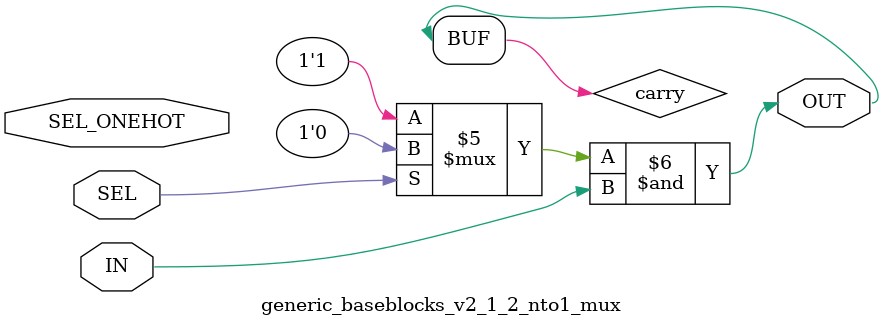
<source format=v>
`timescale 1ps/1ps


(* DowngradeIPIdentifiedWarnings="yes" *) 
module generic_baseblocks_v2_1_2_carry_and #
  (
   parameter         C_FAMILY                         = "virtex6"
                       // FPGA Family. Current version: virtex6 or spartan6.
   )
  (
   input  wire        CIN,
   input  wire        S,
   output wire        COUT
   );
  
  
  /////////////////////////////////////////////////////////////////////////////
  // Variables for generating parameter controlled instances.
  /////////////////////////////////////////////////////////////////////////////
  
  
  /////////////////////////////////////////////////////////////////////////////
  // Local params
  /////////////////////////////////////////////////////////////////////////////
  
  
  /////////////////////////////////////////////////////////////////////////////
  // Functions
  /////////////////////////////////////////////////////////////////////////////
  
  
  /////////////////////////////////////////////////////////////////////////////
  // Internal signals
  /////////////////////////////////////////////////////////////////////////////

  
  /////////////////////////////////////////////////////////////////////////////
  // Instantiate or use RTL code
  /////////////////////////////////////////////////////////////////////////////
  
  generate
    if ( C_FAMILY == "rtl" ) begin : USE_RTL
      assign COUT = CIN & S;
      
    end else begin : USE_FPGA
      MUXCY and_inst 
      (
       .O (COUT), 
       .CI (CIN), 
       .DI (1'b0), 
       .S (S)
      ); 
      
    end
  endgenerate
  
  
endmodule


// (c) Copyright 2010-2011, 2023 Advanced Micro Devices, Inc. All rights reserved.
//
// This file contains confidential and proprietary information
// of AMD and is protected under U.S. and international copyright
// and other intellectual property laws.
//
// DISCLAIMER
// This disclaimer is not a license and does not grant any
// rights to the materials distributed herewith. Except as
// otherwise provided in a valid license issued to you by
// AMD, and to the maximum extent permitted by applicable
// law: (1) THESE MATERIALS ARE MADE AVAILABLE "AS IS" AND
// WITH ALL FAULTS, AND AMD HEREBY DISCLAIMS ALL WARRANTIES
// AND CONDITIONS, EXPRESS, IMPLIED, OR STATUTORY, INCLUDING
// BUT NOT LIMITED TO WARRANTIES OF MERCHANTABILITY, NON-
// INFRINGEMENT, OR FITNESS FOR ANY PARTICULAR PURPOSE; and
// (2) AMD shall not be liable (whether in contract or tort,
// including negligence, or under any other theory of
// liability) for any loss or damage of any kind or nature
// related to, arising under or in connection with these
// materials, including for any direct, or any indirect,
// special, incidental, or consequential loss or damage
// (including loss of data, profits, goodwill, or any type of
// loss or damage suffered as a result of any action brought
// by a third party) even if such damage or loss was
// reasonably foreseeable or AMD had been advised of the
// possibility of the same.
//
// CRITICAL APPLICATIONS
// AMD products are not designed or intended to be fail-
// safe, or for use in any application requiring fail-safe
// performance, such as life-support or safety devices or
// systems, Class III medical devices, nuclear facilities,
// applications related to the deployment of airbags, or any
// other applications that could lead to death, personal
// injury, or severe property or environmental damage
// (individually and collectively, "Critical
// Applications"). Customer assumes the sole risk and
// liability of any use of AMD products in Critical
// Applications, subject only to applicable laws and
// regulations governing limitations on product liability.
//
// THIS COPYRIGHT NOTICE AND DISCLAIMER MUST BE RETAINED AS
// PART OF THIS FILE AT ALL TIMES.
////////////////////////////////////////////////////////////
//
// Description: 
//  Optimized AND with generic_baseblocks_v2_1_2_carry logic.
//
// Verilog-standard:  Verilog 2001
//--------------------------------------------------------------------------
//
// Structure:
//   
//
//--------------------------------------------------------------------------
`timescale 1ps/1ps


(* DowngradeIPIdentifiedWarnings="yes" *) 
module generic_baseblocks_v2_1_2_carry_latch_and #
  (
   parameter          C_FAMILY                         = "virtex6"
                       // FPGA Family. Current version: virtex6 or spartan6.
   )
  (
   input  wire        CIN,
   input  wire        I,
   output wire        O
   );
  
  
  /////////////////////////////////////////////////////////////////////////////
  // Variables for generating parameter controlled instances.
  /////////////////////////////////////////////////////////////////////////////
  
  
  /////////////////////////////////////////////////////////////////////////////
  // Local params
  /////////////////////////////////////////////////////////////////////////////
  
  
  /////////////////////////////////////////////////////////////////////////////
  // Functions
  /////////////////////////////////////////////////////////////////////////////
  
  
  /////////////////////////////////////////////////////////////////////////////
  // Internal signals
  /////////////////////////////////////////////////////////////////////////////

  
  /////////////////////////////////////////////////////////////////////////////
  // Instantiate or use RTL code
  /////////////////////////////////////////////////////////////////////////////
  
  generate
    if ( C_FAMILY == "rtl" ) begin : USE_RTL
      assign O = CIN & ~I;
      
    end else begin : USE_FPGA
      wire I_n;
      
      assign I_n = ~I;
    
      AND2B1L and2b1l_inst 
        (
         .O(O),
         .DI(CIN),
         .SRI(I_n)
        );
      
    end
  endgenerate
  
  
endmodule


// (c) Copyright 2010-2011, 2023 Advanced Micro Devices, Inc. All rights reserved.
//
// This file contains confidential and proprietary information
// of AMD and is protected under U.S. and international copyright
// and other intellectual property laws.
//
// DISCLAIMER
// This disclaimer is not a license and does not grant any
// rights to the materials distributed herewith. Except as
// otherwise provided in a valid license issued to you by
// AMD, and to the maximum extent permitted by applicable
// law: (1) THESE MATERIALS ARE MADE AVAILABLE "AS IS" AND
// WITH ALL FAULTS, AND AMD HEREBY DISCLAIMS ALL WARRANTIES
// AND CONDITIONS, EXPRESS, IMPLIED, OR STATUTORY, INCLUDING
// BUT NOT LIMITED TO WARRANTIES OF MERCHANTABILITY, NON-
// INFRINGEMENT, OR FITNESS FOR ANY PARTICULAR PURPOSE; and
// (2) AMD shall not be liable (whether in contract or tort,
// including negligence, or under any other theory of
// liability) for any loss or damage of any kind or nature
// related to, arising under or in connection with these
// materials, including for any direct, or any indirect,
// special, incidental, or consequential loss or damage
// (including loss of data, profits, goodwill, or any type of
// loss or damage suffered as a result of any action brought
// by a third party) even if such damage or loss was
// reasonably foreseeable or AMD had been advised of the
// possibility of the same.
//
// CRITICAL APPLICATIONS
// AMD products are not designed or intended to be fail-
// safe, or for use in any application requiring fail-safe
// performance, such as life-support or safety devices or
// systems, Class III medical devices, nuclear facilities,
// applications related to the deployment of airbags, or any
// other applications that could lead to death, personal
// injury, or severe property or environmental damage
// (individually and collectively, "Critical
// Applications"). Customer assumes the sole risk and
// liability of any use of AMD products in Critical
// Applications, subject only to applicable laws and
// regulations governing limitations on product liability.
//
// THIS COPYRIGHT NOTICE AND DISCLAIMER MUST BE RETAINED AS
// PART OF THIS FILE AT ALL TIMES.
////////////////////////////////////////////////////////////
//
// Description: 
//  Optimized OR with generic_baseblocks_v2_1_2_carry logic.
//
// Verilog-standard:  Verilog 2001
//--------------------------------------------------------------------------
//
// Structure:
//   
//
//--------------------------------------------------------------------------
`timescale 1ps/1ps


(* DowngradeIPIdentifiedWarnings="yes" *) 
module generic_baseblocks_v2_1_2_carry_latch_or #
  (
   parameter          C_FAMILY                         = "virtex6"
                       // FPGA Family. Current version: virtex6 or spartan6.
   )
  (
   input  wire        CIN,
   input  wire        I,
   output wire        O
   );
  
  
  /////////////////////////////////////////////////////////////////////////////
  // Variables for generating parameter controlled instances.
  /////////////////////////////////////////////////////////////////////////////
  
  
  /////////////////////////////////////////////////////////////////////////////
  // Local params
  /////////////////////////////////////////////////////////////////////////////
  
  
  /////////////////////////////////////////////////////////////////////////////
  // Functions
  /////////////////////////////////////////////////////////////////////////////
  
  
  /////////////////////////////////////////////////////////////////////////////
  // Internal signals
  /////////////////////////////////////////////////////////////////////////////
  
  
  /////////////////////////////////////////////////////////////////////////////
  // Instantiate or use RTL code
  /////////////////////////////////////////////////////////////////////////////
  
  generate
    if ( C_FAMILY == "rtl" ) begin : USE_RTL
      assign O = CIN | I;
      
    end else begin : USE_FPGA
      OR2L or2l_inst1
        (
         .O(O),
         .DI(CIN),
         .SRI(I)
        );
      
    end
  endgenerate
  
  
endmodule


// (c) Copyright 2010-2011, 2023 Advanced Micro Devices, Inc. All rights reserved.
//
// This file contains confidential and proprietary information
// of AMD and is protected under U.S. and international copyright
// and other intellectual property laws.
//
// DISCLAIMER
// This disclaimer is not a license and does not grant any
// rights to the materials distributed herewith. Except as
// otherwise provided in a valid license issued to you by
// AMD, and to the maximum extent permitted by applicable
// law: (1) THESE MATERIALS ARE MADE AVAILABLE "AS IS" AND
// WITH ALL FAULTS, AND AMD HEREBY DISCLAIMS ALL WARRANTIES
// AND CONDITIONS, EXPRESS, IMPLIED, OR STATUTORY, INCLUDING
// BUT NOT LIMITED TO WARRANTIES OF MERCHANTABILITY, NON-
// INFRINGEMENT, OR FITNESS FOR ANY PARTICULAR PURPOSE; and
// (2) AMD shall not be liable (whether in contract or tort,
// including negligence, or under any other theory of
// liability) for any loss or damage of any kind or nature
// related to, arising under or in connection with these
// materials, including for any direct, or any indirect,
// special, incidental, or consequential loss or damage
// (including loss of data, profits, goodwill, or any type of
// loss or damage suffered as a result of any action brought
// by a third party) even if such damage or loss was
// reasonably foreseeable or AMD had been advised of the
// possibility of the same.
//
// CRITICAL APPLICATIONS
// AMD products are not designed or intended to be fail-
// safe, or for use in any application requiring fail-safe
// performance, such as life-support or safety devices or
// systems, Class III medical devices, nuclear facilities,
// applications related to the deployment of airbags, or any
// other applications that could lead to death, personal
// injury, or severe property or environmental damage
// (individually and collectively, "Critical
// Applications"). Customer assumes the sole risk and
// liability of any use of AMD products in Critical
// Applications, subject only to applicable laws and
// regulations governing limitations on product liability.
//
// THIS COPYRIGHT NOTICE AND DISCLAIMER MUST BE RETAINED AS
// PART OF THIS FILE AT ALL TIMES.
////////////////////////////////////////////////////////////
//
// Description: 
//  Optimized OR with generic_baseblocks_v2_1_2_carry logic.
//
// Verilog-standard:  Verilog 2001
//--------------------------------------------------------------------------
//
// Structure:
//   
//
//--------------------------------------------------------------------------
`timescale 1ps/1ps


(* DowngradeIPIdentifiedWarnings="yes" *) 
module generic_baseblocks_v2_1_2_carry_or #
  (
   parameter         C_FAMILY                         = "virtex6"
                       // FPGA Family. Current version: virtex6 or spartan6.
   )
  (
   input  wire        CIN,
   input  wire        S,
   output wire        COUT
   );
  
  
  /////////////////////////////////////////////////////////////////////////////
  // Variables for generating parameter controlled instances.
  /////////////////////////////////////////////////////////////////////////////
  
  
  /////////////////////////////////////////////////////////////////////////////
  // Local params
  /////////////////////////////////////////////////////////////////////////////
  
  
  /////////////////////////////////////////////////////////////////////////////
  // Functions
  /////////////////////////////////////////////////////////////////////////////
  
  
  /////////////////////////////////////////////////////////////////////////////
  // Internal signals
  /////////////////////////////////////////////////////////////////////////////
  
  
  /////////////////////////////////////////////////////////////////////////////
  // Instantiate or use RTL code
  /////////////////////////////////////////////////////////////////////////////
  
  generate
    if ( C_FAMILY == "rtl" ) begin : USE_RTL
      assign COUT = CIN | S;
      
    end else begin : USE_FPGA
      wire S_n;
      
      assign S_n = ~S;
    
      MUXCY and_inst 
      (
       .O (COUT), 
       .CI (CIN), 
       .DI (1'b1), 
       .S (S_n)
      ); 
      
    end
  endgenerate
  
  
endmodule


// (c) Copyright 2010-2011, 2023 Advanced Micro Devices, Inc. All rights reserved.
//
// This file contains confidential and proprietary information
// of AMD and is protected under U.S. and international copyright
// and other intellectual property laws.
//
// DISCLAIMER
// This disclaimer is not a license and does not grant any
// rights to the materials distributed herewith. Except as
// otherwise provided in a valid license issued to you by
// AMD, and to the maximum extent permitted by applicable
// law: (1) THESE MATERIALS ARE MADE AVAILABLE "AS IS" AND
// WITH ALL FAULTS, AND AMD HEREBY DISCLAIMS ALL WARRANTIES
// AND CONDITIONS, EXPRESS, IMPLIED, OR STATUTORY, INCLUDING
// BUT NOT LIMITED TO WARRANTIES OF MERCHANTABILITY, NON-
// INFRINGEMENT, OR FITNESS FOR ANY PARTICULAR PURPOSE; and
// (2) AMD shall not be liable (whether in contract or tort,
// including negligence, or under any other theory of
// liability) for any loss or damage of any kind or nature
// related to, arising under or in connection with these
// materials, including for any direct, or any indirect,
// special, incidental, or consequential loss or damage
// (including loss of data, profits, goodwill, or any type of
// loss or damage suffered as a result of any action brought
// by a third party) even if such damage or loss was
// reasonably foreseeable or AMD had been advised of the
// possibility of the same.
//
// CRITICAL APPLICATIONS
// AMD products are not designed or intended to be fail-
// safe, or for use in any application requiring fail-safe
// performance, such as life-support or safety devices or
// systems, Class III medical devices, nuclear facilities,
// applications related to the deployment of airbags, or any
// other applications that could lead to death, personal
// injury, or severe property or environmental damage
// (individually and collectively, "Critical
// Applications"). Customer assumes the sole risk and
// liability of any use of AMD products in Critical
// Applications, subject only to applicable laws and
// regulations governing limitations on product liability.
//
// THIS COPYRIGHT NOTICE AND DISCLAIMER MUST BE RETAINED AS
// PART OF THIS FILE AT ALL TIMES.
////////////////////////////////////////////////////////////
//
// Description: 
//  Carry logic.
//
// Verilog-standard:  Verilog 2001
//--------------------------------------------------------------------------
//
// Structure:
//   
//
//--------------------------------------------------------------------------
`timescale 1ps/1ps


(* DowngradeIPIdentifiedWarnings="yes" *) 
module generic_baseblocks_v2_1_2_carry #
  (
   parameter         C_FAMILY                         = "virtex6"
                       // FPGA Family. Current version: virtex6 or spartan6.
   )
  (
   input  wire        CIN,
   input  wire        S,
   input  wire        DI,
   output wire        COUT
   );
  
  
  /////////////////////////////////////////////////////////////////////////////
  // Variables for generating parameter controlled instances.
  /////////////////////////////////////////////////////////////////////////////
  
  
  /////////////////////////////////////////////////////////////////////////////
  // Local params
  /////////////////////////////////////////////////////////////////////////////
  
  
  /////////////////////////////////////////////////////////////////////////////
  // Functions
  /////////////////////////////////////////////////////////////////////////////
  
  
  /////////////////////////////////////////////////////////////////////////////
  // Internal signals
  /////////////////////////////////////////////////////////////////////////////
  
  
  /////////////////////////////////////////////////////////////////////////////
  // Instantiate or use RTL code
  /////////////////////////////////////////////////////////////////////////////
  
  generate
    if ( C_FAMILY == "rtl" ) begin : USE_RTL
      assign COUT = (CIN & S) | (DI & ~S);
      
    end else begin : USE_FPGA
    
      MUXCY and_inst 
      (
       .O (COUT), 
       .CI (CIN), 
       .DI (DI), 
       .S (S)
      ); 
      
    end
  endgenerate
  
  
endmodule


// (c) Copyright 2010-2011, 2023 Advanced Micro Devices, Inc. All rights reserved.
//
// This file contains confidential and proprietary information
// of AMD and is protected under U.S. and international copyright
// and other intellectual property laws.
//
// DISCLAIMER
// This disclaimer is not a license and does not grant any
// rights to the materials distributed herewith. Except as
// otherwise provided in a valid license issued to you by
// AMD, and to the maximum extent permitted by applicable
// law: (1) THESE MATERIALS ARE MADE AVAILABLE "AS IS" AND
// WITH ALL FAULTS, AND AMD HEREBY DISCLAIMS ALL WARRANTIES
// AND CONDITIONS, EXPRESS, IMPLIED, OR STATUTORY, INCLUDING
// BUT NOT LIMITED TO WARRANTIES OF MERCHANTABILITY, NON-
// INFRINGEMENT, OR FITNESS FOR ANY PARTICULAR PURPOSE; and
// (2) AMD shall not be liable (whether in contract or tort,
// including negligence, or under any other theory of
// liability) for any loss or damage of any kind or nature
// related to, arising under or in connection with these
// materials, including for any direct, or any indirect,
// special, incidental, or consequential loss or damage
// (including loss of data, profits, goodwill, or any type of
// loss or damage suffered as a result of any action brought
// by a third party) even if such damage or loss was
// reasonably foreseeable or AMD had been advised of the
// possibility of the same.
//
// CRITICAL APPLICATIONS
// AMD products are not designed or intended to be fail-
// safe, or for use in any application requiring fail-safe
// performance, such as life-support or safety devices or
// systems, Class III medical devices, nuclear facilities,
// applications related to the deployment of airbags, or any
// other applications that could lead to death, personal
// injury, or severe property or environmental damage
// (individually and collectively, "Critical
// Applications"). Customer assumes the sole risk and
// liability of any use of AMD products in Critical
// Applications, subject only to applicable laws and
// regulations governing limitations on product liability.
//
// THIS COPYRIGHT NOTICE AND DISCLAIMER MUST BE RETAINED AS
// PART OF THIS FILE AT ALL TIMES.
////////////////////////////////////////////////////////////
//
// Description: 
//  Optimized 16/32 word deep FIFO.
//
// Verilog-standard:  Verilog 2001
//--------------------------------------------------------------------------
//
// Structure:
//   
//
//--------------------------------------------------------------------------
`timescale 1ps/1ps


(* DowngradeIPIdentifiedWarnings="yes" *) 
module generic_baseblocks_v2_1_2_command_fifo #
  (
   parameter         C_FAMILY                        = "virtex6",
   parameter integer C_ENABLE_S_VALID_CARRY          = 0,
   parameter integer C_ENABLE_REGISTERED_OUTPUT      = 0,
   parameter integer C_FIFO_DEPTH_LOG                = 5,      // FIFO depth = 2**C_FIFO_DEPTH_LOG
                                                               // Range = [4:5].
   parameter integer C_FIFO_WIDTH                    = 64      // Width of payload [1:512]
   )
  (
   // Global inputs
   input  wire                        ACLK,    // Clock
   input  wire                        ARESET,  // Reset
   // Information
   output wire                        EMPTY,   // FIFO empty (all stages)
   // Slave  Port
   input  wire [C_FIFO_WIDTH-1:0]     S_MESG,  // Payload (may be any set of channel signals)
   input  wire                        S_VALID, // FIFO push
   output wire                        S_READY, // FIFO not full
   // Master  Port
   output wire [C_FIFO_WIDTH-1:0]     M_MESG,  // Payload
   output wire                        M_VALID, // FIFO not empty
   input  wire                        M_READY  // FIFO pop
   );

  /////////////////////////////////////////////////////////////////////////////
  // Variables for generating parameter controlled instances.
  /////////////////////////////////////////////////////////////////////////////
  
  // Generate variable for data vector.
  genvar addr_cnt;
  genvar bit_cnt;
  integer index;
  
  
  /////////////////////////////////////////////////////////////////////////////
  // Internal signals
  /////////////////////////////////////////////////////////////////////////////
  
  wire [C_FIFO_DEPTH_LOG-1:0] addr;
  wire                        buffer_Full;
  wire                        buffer_Empty;
  
  wire                        next_Data_Exists;
  reg                         data_Exists_I = 1'b0;
  
  wire                        valid_Write;
  wire                        new_write;
  
  wire [C_FIFO_DEPTH_LOG-1:0] hsum_A;
  wire [C_FIFO_DEPTH_LOG-1:0] sum_A;
  wire [C_FIFO_DEPTH_LOG-1:0] addr_cy;

  wire                        buffer_full_early;
  
  wire [C_FIFO_WIDTH-1:0]     M_MESG_I;   // Payload
  wire                        M_VALID_I;  // FIFO not empty
  wire                        M_READY_I;  // FIFO pop
  
  /////////////////////////////////////////////////////////////////////////////
  // Create Flags 
  /////////////////////////////////////////////////////////////////////////////
  
  assign buffer_full_early  = ( (addr == {{C_FIFO_DEPTH_LOG-1{1'b1}}, 1'b0}) & valid_Write & ~M_READY_I ) |
                              ( buffer_Full & ~M_READY_I );

  assign S_READY            = ~buffer_Full;

  assign buffer_Empty       = (addr == {C_FIFO_DEPTH_LOG{1'b0}});

  assign next_Data_Exists   = (data_Exists_I & ~buffer_Empty) |
                              (buffer_Empty & S_VALID) |
                              (data_Exists_I & ~(M_READY_I & data_Exists_I));

  always @ (posedge ACLK) begin
    if (ARESET) begin
      data_Exists_I <= 1'b0;
    end else begin
      data_Exists_I <= next_Data_Exists;
    end
  end

  assign M_VALID_I = data_Exists_I;
  
  // Select RTL or FPGA optimized instatiations for critical parts.
  generate
    if ( C_FAMILY == "rtl" || C_ENABLE_S_VALID_CARRY == 0 ) begin : USE_RTL_VALID_WRITE
      reg                         buffer_Full_q = 1'b0;
      
      assign valid_Write = S_VALID & ~buffer_Full;
      
      assign new_write = (S_VALID | ~buffer_Empty);
     
      assign addr_cy[0] = valid_Write;
      
      always @ (posedge ACLK) begin
        if (ARESET) begin
          buffer_Full_q <= 1'b0;
        end else if ( data_Exists_I ) begin
          buffer_Full_q <= buffer_full_early;
        end
      end
      assign buffer_Full = buffer_Full_q;
      
    end else begin : USE_FPGA_VALID_WRITE
      wire s_valid_dummy1;
      wire s_valid_dummy2;
      wire sel_s_valid;
      wire sel_new_write;
      wire valid_Write_dummy1;
      wire valid_Write_dummy2;
      
      assign sel_s_valid = ~buffer_Full;
      
      generic_baseblocks_v2_1_2_carry_and #
        (
         .C_FAMILY(C_FAMILY)
         ) s_valid_dummy_inst1
        (
         .CIN(S_VALID),
         .S(1'b1),
         .COUT(s_valid_dummy1)
         );
      
      generic_baseblocks_v2_1_2_carry_and #
        (
         .C_FAMILY(C_FAMILY)
         ) s_valid_dummy_inst2
        (
         .CIN(s_valid_dummy1),
         .S(1'b1),
         .COUT(s_valid_dummy2)
         );
      
      generic_baseblocks_v2_1_2_carry_and #
        (
         .C_FAMILY(C_FAMILY)
         ) valid_write_inst
        (
         .CIN(s_valid_dummy2),
         .S(sel_s_valid),
         .COUT(valid_Write)
         );
      
      assign sel_new_write = ~buffer_Empty;
       
      generic_baseblocks_v2_1_2_carry_latch_or #
        (
         .C_FAMILY(C_FAMILY)
         ) new_write_inst
        (
         .CIN(valid_Write),
         .I(sel_new_write),
         .O(new_write)
         );
         
      generic_baseblocks_v2_1_2_carry_and #
        (
         .C_FAMILY(C_FAMILY)
         ) valid_write_dummy_inst1
        (
         .CIN(valid_Write),
         .S(1'b1),
         .COUT(valid_Write_dummy1)
         );
      
      generic_baseblocks_v2_1_2_carry_and #
        (
         .C_FAMILY(C_FAMILY)
         ) valid_write_dummy_inst2
        (
         .CIN(valid_Write_dummy1),
         .S(1'b1),
         .COUT(valid_Write_dummy2)
         );
      
      generic_baseblocks_v2_1_2_carry_and #
        (
         .C_FAMILY(C_FAMILY)
         ) valid_write_dummy_inst3
        (
         .CIN(valid_Write_dummy2),
         .S(1'b1),
         .COUT(addr_cy[0])
         );
      
      FDRE #(
       .INIT(1'b0)              // Initial value of register (1'b0 or 1'b1)
       ) FDRE_I1 (
       .Q(buffer_Full),         // Data output
       .C(ACLK),                // Clock input
       .CE(data_Exists_I),      // Clock enable input
       .R(ARESET),              // Synchronous reset input
       .D(buffer_full_early)    // Data input
       );
       
    end
  endgenerate
      
    
  /////////////////////////////////////////////////////////////////////////////
  // Create address pointer
  /////////////////////////////////////////////////////////////////////////////

  generate
    if ( C_FAMILY == "rtl" ) begin : USE_RTL_ADDR
    
      reg  [C_FIFO_DEPTH_LOG-1:0] addr_q = {C_FIFO_DEPTH_LOG{1'b0}};
      
      always @ (posedge ACLK) begin
        if (ARESET) begin
          addr_q <= {C_FIFO_DEPTH_LOG{1'b0}};
        end else if ( data_Exists_I ) begin
          if ( valid_Write & ~(M_READY_I & data_Exists_I) ) begin
            addr_q <= addr_q + 1'b1;
          end else if ( ~valid_Write & (M_READY_I & data_Exists_I) & ~buffer_Empty ) begin
            addr_q <= addr_q - 1'b1;
          end
          else begin
            addr_q <= addr_q;
          end
        end
        else begin
          addr_q <= addr_q;
        end
      end
      
      assign addr = addr_q;
      
    end else begin : USE_FPGA_ADDR
      for (addr_cnt = 0; addr_cnt < C_FIFO_DEPTH_LOG ; addr_cnt = addr_cnt + 1) begin : ADDR_GEN
        assign hsum_A[addr_cnt] = ((M_READY_I & data_Exists_I) ^ addr[addr_cnt]) & new_write;
        
        // Don't need the last muxcy, addr_cy(last) is not used anywhere
        if ( addr_cnt < C_FIFO_DEPTH_LOG - 1 ) begin : USE_MUXCY
          MUXCY MUXCY_inst (
           .DI(addr[addr_cnt]),
           .CI(addr_cy[addr_cnt]),
           .S(hsum_A[addr_cnt]),
           .O(addr_cy[addr_cnt+1])
           );
           
        end
        else begin : NO_MUXCY
        end
        
        XORCY XORCY_inst (
         .LI(hsum_A[addr_cnt]),
         .CI(addr_cy[addr_cnt]),
         .O(sum_A[addr_cnt])
         );
        
        FDRE #(
         .INIT(1'b0)             // Initial value of register (1'b0 or 1'b1)
         ) FDRE_inst (
         .Q(addr[addr_cnt]),     // Data output
         .C(ACLK),               // Clock input
         .CE(data_Exists_I),     // Clock enable input
         .R(ARESET),             // Synchronous reset input
         .D(sum_A[addr_cnt])     // Data input
         );
        
      end // end for bit_cnt
    end // C_FAMILY
  endgenerate
      
      
  /////////////////////////////////////////////////////////////////////////////
  // Data storage
  /////////////////////////////////////////////////////////////////////////////
  
  generate
    if ( C_FAMILY == "rtl" ) begin : USE_RTL_FIFO
      reg  [C_FIFO_WIDTH-1:0] data_srl[2 ** C_FIFO_DEPTH_LOG-1:0];
      
      always @ (posedge ACLK) begin
        if ( valid_Write ) begin
          for (index = 0; index < 2 ** C_FIFO_DEPTH_LOG-1 ; index = index + 1) begin
            data_srl[index+1] <= data_srl[index];
          end
          data_srl[0]   <= S_MESG;
        end
      end
      
      assign M_MESG_I = data_srl[addr];
      
    end else begin : USE_FPGA_FIFO
      for (bit_cnt = 0; bit_cnt < C_FIFO_WIDTH ; bit_cnt = bit_cnt + 1) begin : DATA_GEN
        
        if ( C_FIFO_DEPTH_LOG == 5 ) begin : USE_32
            SRLC32E # (
             .INIT(32'h00000000)    // Initial Value of Shift Register
            ) SRLC32E_inst (
             .Q(M_MESG_I[bit_cnt]), // SRL data output
             .Q31(),                // SRL cascade output pin
             .A(addr),              // 5-bit shift depth select input
             .CE(valid_Write),      // Clock enable input
             .CLK(ACLK),            // Clock input
             .D(S_MESG[bit_cnt])    // SRL data input
            );
        end else begin : USE_16
            SRLC16E # (
             .INIT(32'h00000000)    // Initial Value of Shift Register
            ) SRLC16E_inst (
             .Q(M_MESG_I[bit_cnt]), // SRL data output
             .Q15(),                // SRL cascade output pin
             .A0(addr[0]),          // 4-bit shift depth select input 0
             .A1(addr[1]),          // 4-bit shift depth select input 1
             .A2(addr[2]),          // 4-bit shift depth select input 2
             .A3(addr[3]),          // 4-bit shift depth select input 3
             .CE(valid_Write),      // Clock enable input
             .CLK(ACLK),            // Clock input
             .D(S_MESG[bit_cnt])    // SRL data input
            );
        end // C_FIFO_DEPTH_LOG
      
      end // end for bit_cnt
    end // C_FAMILY
  endgenerate
  
  
  /////////////////////////////////////////////////////////////////////////////
  // Pipeline stage
  /////////////////////////////////////////////////////////////////////////////
  
  generate
    if ( C_ENABLE_REGISTERED_OUTPUT != 0 ) begin : USE_FF_OUT
      
      wire [C_FIFO_WIDTH-1:0]     M_MESG_FF;    // Payload
      wire                        M_VALID_FF;   // FIFO not empty
      
      // Select RTL or FPGA optimized instatiations for critical parts.
      if ( C_FAMILY == "rtl" ) begin : USE_RTL_OUTPUT_PIPELINE
      
        reg  [C_FIFO_WIDTH-1:0]     M_MESG_Q;   // Payload
        reg                         M_VALID_Q = 1'b0;  // FIFO not empty
        
        always @ (posedge ACLK) begin
          if (ARESET) begin
            M_MESG_Q    <= {C_FIFO_WIDTH{1'b0}};
            M_VALID_Q   <= 1'b0;
          end else begin
            if ( M_READY_I ) begin
              M_MESG_Q    <= M_MESG_I;
              M_VALID_Q   <= M_VALID_I;
            end
          end
        end
      
        assign M_MESG_FF     = M_MESG_Q;
        assign M_VALID_FF    = M_VALID_Q;
        
      end else begin : USE_FPGA_OUTPUT_PIPELINE
      
        reg  [C_FIFO_WIDTH-1:0]     M_MESG_CMB;   // Payload
        reg                         M_VALID_CMB;  // FIFO not empty
        
        always @ *
        begin
          if ( M_READY_I ) begin
            M_MESG_CMB  <= M_MESG_I;
            M_VALID_CMB <= M_VALID_I;
          end else begin
            M_MESG_CMB  <= M_MESG_FF;
            M_VALID_CMB <= M_VALID_FF;
          end
        end
        
        for (bit_cnt = 0; bit_cnt < C_FIFO_WIDTH ; bit_cnt = bit_cnt + 1) begin : DATA_GEN
              
          FDRE #(
           .INIT(1'b0)                    // Initial value of register (1'b0 or 1'b1)
           ) FDRE_inst (
           .Q(M_MESG_FF[bit_cnt]),        // Data output
           .C(ACLK),                      // Clock input
           .CE(1'b1),                     // Clock enable input
           .R(ARESET),                    // Synchronous reset input
           .D(M_MESG_CMB[bit_cnt])        // Data input
           );
        end // end for bit_cnt
            
        FDRE #(
         .INIT(1'b0)                    // Initial value of register (1'b0 or 1'b1)
         ) FDRE_inst (
         .Q(M_VALID_FF),                // Data output
         .C(ACLK),                      // Clock input
         .CE(1'b1),                     // Clock enable input
         .R(ARESET),                    // Synchronous reset input
         .D(M_VALID_CMB)                // Data input
         );
      
      end
      
      assign EMPTY      = ~M_VALID_I & ~M_VALID_FF;
      assign M_MESG     = M_MESG_FF;
      assign M_VALID    = M_VALID_FF;
      assign M_READY_I  = ( M_READY & M_VALID_FF ) | ~M_VALID_FF;
      
    end else begin : NO_FF_OUT
      
      assign EMPTY      = ~M_VALID_I;
      assign M_MESG     = M_MESG_I;
      assign M_VALID    = M_VALID_I;
      assign M_READY_I  = M_READY;
      
    end
  endgenerate

endmodule


// (c) Copyright 2010-2011, 2023 Advanced Micro Devices, Inc. All rights reserved.
//
// This file contains confidential and proprietary information
// of AMD and is protected under U.S. and international copyright
// and other intellectual property laws.
//
// DISCLAIMER
// This disclaimer is not a license and does not grant any
// rights to the materials distributed herewith. Except as
// otherwise provided in a valid license issued to you by
// AMD, and to the maximum extent permitted by applicable
// law: (1) THESE MATERIALS ARE MADE AVAILABLE "AS IS" AND
// WITH ALL FAULTS, AND AMD HEREBY DISCLAIMS ALL WARRANTIES
// AND CONDITIONS, EXPRESS, IMPLIED, OR STATUTORY, INCLUDING
// BUT NOT LIMITED TO WARRANTIES OF MERCHANTABILITY, NON-
// INFRINGEMENT, OR FITNESS FOR ANY PARTICULAR PURPOSE; and
// (2) AMD shall not be liable (whether in contract or tort,
// including negligence, or under any other theory of
// liability) for any loss or damage of any kind or nature
// related to, arising under or in connection with these
// materials, including for any direct, or any indirect,
// special, incidental, or consequential loss or damage
// (including loss of data, profits, goodwill, or any type of
// loss or damage suffered as a result of any action brought
// by a third party) even if such damage or loss was
// reasonably foreseeable or AMD had been advised of the
// possibility of the same.
//
// CRITICAL APPLICATIONS
// AMD products are not designed or intended to be fail-
// safe, or for use in any application requiring fail-safe
// performance, such as life-support or safety devices or
// systems, Class III medical devices, nuclear facilities,
// applications related to the deployment of airbags, or any
// other applications that could lead to death, personal
// injury, or severe property or environmental damage
// (individually and collectively, "Critical
// Applications"). Customer assumes the sole risk and
// liability of any use of AMD products in Critical
// Applications, subject only to applicable laws and
// regulations governing limitations on product liability.
//
// THIS COPYRIGHT NOTICE AND DISCLAIMER MUST BE RETAINED AS
// PART OF THIS FILE AT ALL TIMES.
////////////////////////////////////////////////////////////
//
// Description: 
//  Optimized COMPARATOR (against constant) with generic_baseblocks_v2_1_2_carry logic.
//
// Verilog-standard:  Verilog 2001
//--------------------------------------------------------------------------
//
// Structure:
//   
//
//--------------------------------------------------------------------------
`timescale 1ps/1ps

(* DowngradeIPIdentifiedWarnings="yes" *) 
module generic_baseblocks_v2_1_2_comparator_mask_static #
  (
   parameter         C_FAMILY                         = "virtex6", 
                       // FPGA Family. Current version: virtex6 or spartan6.
   parameter         C_VALUE                          = 4'b0,
                       // Static value to compare against.
   parameter integer C_DATA_WIDTH                     = 4
                       // Data width for comparator.
   )
  (
   input  wire                    CIN,
   input  wire [C_DATA_WIDTH-1:0] A,
   input  wire [C_DATA_WIDTH-1:0] M,
   output wire                    COUT
   );
  
  
  /////////////////////////////////////////////////////////////////////////////
  // Variables for generating parameter controlled instances.
  /////////////////////////////////////////////////////////////////////////////
  
  // Generate variable for bit vector.
  genvar lut_cnt;
  
  
  /////////////////////////////////////////////////////////////////////////////
  // Local params
  /////////////////////////////////////////////////////////////////////////////
  
  // Bits per LUT for this architecture.
  localparam integer C_BITS_PER_LUT   = 3;
  
  // Constants for packing levels.
  localparam integer C_NUM_LUT        = ( C_DATA_WIDTH + C_BITS_PER_LUT - 1 ) / C_BITS_PER_LUT;
  
  // 
  localparam integer C_FIX_DATA_WIDTH = ( C_NUM_LUT * C_BITS_PER_LUT > C_DATA_WIDTH ) ? C_NUM_LUT * C_BITS_PER_LUT :
                                        C_DATA_WIDTH;
  
  
  /////////////////////////////////////////////////////////////////////////////
  // Functions
  /////////////////////////////////////////////////////////////////////////////
  
  
  /////////////////////////////////////////////////////////////////////////////
  // Internal signals
  /////////////////////////////////////////////////////////////////////////////
  
  wire [C_FIX_DATA_WIDTH-1:0] a_local;
  wire [C_FIX_DATA_WIDTH-1:0] b_local;
  wire [C_FIX_DATA_WIDTH-1:0] m_local;
  wire [C_NUM_LUT-1:0]        sel;
  wire [C_NUM_LUT:0]          carry_local;
  
  
  /////////////////////////////////////////////////////////////////////////////
  // 
  /////////////////////////////////////////////////////////////////////////////
  
  generate
    // Assign input to local vectors.
    assign carry_local[0] = CIN;
    
    // Extend input data to fit.
    if ( C_NUM_LUT * C_BITS_PER_LUT > C_DATA_WIDTH ) begin : USE_EXTENDED_DATA
      assign a_local        = {A,       {C_NUM_LUT * C_BITS_PER_LUT - C_DATA_WIDTH{1'b0}}};
      assign b_local        = {C_VALUE, {C_NUM_LUT * C_BITS_PER_LUT - C_DATA_WIDTH{1'b0}}};
      assign m_local        = {M, {C_NUM_LUT * C_BITS_PER_LUT - C_DATA_WIDTH{1'b0}}};
    end else begin : NO_EXTENDED_DATA
      assign a_local        = A;
      assign b_local        = C_VALUE;
      assign m_local        = M;
    end
    
    // Instantiate one generic_baseblocks_v2_1_2_carry and per level.
    for (lut_cnt = 0; lut_cnt < C_NUM_LUT ; lut_cnt = lut_cnt + 1) begin : LUT_LEVEL
      // Create the local select signal
      assign sel[lut_cnt] = ( ( a_local[lut_cnt*C_BITS_PER_LUT +: C_BITS_PER_LUT] &
                                m_local[lut_cnt*C_BITS_PER_LUT +: C_BITS_PER_LUT] ) == 
                              ( b_local[lut_cnt*C_BITS_PER_LUT +: C_BITS_PER_LUT] &
                                m_local[lut_cnt*C_BITS_PER_LUT +: C_BITS_PER_LUT] ) );
    
      // Instantiate each LUT level.
      generic_baseblocks_v2_1_2_carry_and # 
      (
       .C_FAMILY(C_FAMILY)
      ) compare_inst 
      (
       .COUT  (carry_local[lut_cnt+1]),
       .CIN   (carry_local[lut_cnt]),
       .S     (sel[lut_cnt])
      ); 
      
    end // end for lut_cnt
    
    // Assign output from local vector.
    assign COUT = carry_local[C_NUM_LUT];
    
  endgenerate
  
  
endmodule


// (c) Copyright 2010-2011, 2023 Advanced Micro Devices, Inc. All rights reserved.
//
// This file contains confidential and proprietary information
// of AMD and is protected under U.S. and international copyright
// and other intellectual property laws.
//
// DISCLAIMER
// This disclaimer is not a license and does not grant any
// rights to the materials distributed herewith. Except as
// otherwise provided in a valid license issued to you by
// AMD, and to the maximum extent permitted by applicable
// law: (1) THESE MATERIALS ARE MADE AVAILABLE "AS IS" AND
// WITH ALL FAULTS, AND AMD HEREBY DISCLAIMS ALL WARRANTIES
// AND CONDITIONS, EXPRESS, IMPLIED, OR STATUTORY, INCLUDING
// BUT NOT LIMITED TO WARRANTIES OF MERCHANTABILITY, NON-
// INFRINGEMENT, OR FITNESS FOR ANY PARTICULAR PURPOSE; and
// (2) AMD shall not be liable (whether in contract or tort,
// including negligence, or under any other theory of
// liability) for any loss or damage of any kind or nature
// related to, arising under or in connection with these
// materials, including for any direct, or any indirect,
// special, incidental, or consequential loss or damage
// (including loss of data, profits, goodwill, or any type of
// loss or damage suffered as a result of any action brought
// by a third party) even if such damage or loss was
// reasonably foreseeable or AMD had been advised of the
// possibility of the same.
//
// CRITICAL APPLICATIONS
// AMD products are not designed or intended to be fail-
// safe, or for use in any application requiring fail-safe
// performance, such as life-support or safety devices or
// systems, Class III medical devices, nuclear facilities,
// applications related to the deployment of airbags, or any
// other applications that could lead to death, personal
// injury, or severe property or environmental damage
// (individually and collectively, "Critical
// Applications"). Customer assumes the sole risk and
// liability of any use of AMD products in Critical
// Applications, subject only to applicable laws and
// regulations governing limitations on product liability.
//
// THIS COPYRIGHT NOTICE AND DISCLAIMER MUST BE RETAINED AS
// PART OF THIS FILE AT ALL TIMES.
////////////////////////////////////////////////////////////
//
// Description: 
//  Optimized COMPARATOR with generic_baseblocks_v2_1_2_carry logic.
//
// Verilog-standard:  Verilog 2001
//--------------------------------------------------------------------------
//
// Structure:
//   
//
//--------------------------------------------------------------------------
`timescale 1ps/1ps

(* DowngradeIPIdentifiedWarnings="yes" *) 
module generic_baseblocks_v2_1_2_comparator_mask #
  (
   parameter         C_FAMILY                         = "virtex6", 
                       // FPGA Family. Current version: virtex6 or spartan6.
   parameter integer C_DATA_WIDTH                     = 4
                       // Data width for comparator.
   )
  (
   input  wire                    CIN,
   input  wire [C_DATA_WIDTH-1:0] A,
   input  wire [C_DATA_WIDTH-1:0] B,
   input  wire [C_DATA_WIDTH-1:0] M,
   output wire                    COUT
   );
  
  
  /////////////////////////////////////////////////////////////////////////////
  // Variables for generating parameter controlled instances.
  /////////////////////////////////////////////////////////////////////////////
  
  // Generate variable for bit vector.
  genvar lut_cnt;
  
  
  /////////////////////////////////////////////////////////////////////////////
  // Local params
  /////////////////////////////////////////////////////////////////////////////
  
  // Bits per LUT for this architecture.
  localparam integer C_BITS_PER_LUT   = 2;
  
  // Constants for packing levels.
  localparam integer C_NUM_LUT        = ( C_DATA_WIDTH + C_BITS_PER_LUT - 1 ) / C_BITS_PER_LUT;
  
  // 
  localparam integer C_FIX_DATA_WIDTH = ( C_NUM_LUT * C_BITS_PER_LUT > C_DATA_WIDTH ) ? C_NUM_LUT * C_BITS_PER_LUT :
                                        C_DATA_WIDTH;
  
  
  /////////////////////////////////////////////////////////////////////////////
  // Functions
  /////////////////////////////////////////////////////////////////////////////
  
  
  /////////////////////////////////////////////////////////////////////////////
  // Internal signals
  /////////////////////////////////////////////////////////////////////////////
  
  wire [C_FIX_DATA_WIDTH-1:0] a_local;
  wire [C_FIX_DATA_WIDTH-1:0] b_local;
  wire [C_FIX_DATA_WIDTH-1:0] m_local;
  wire [C_NUM_LUT-1:0]        sel;
  wire [C_NUM_LUT:0]          carry_local;
  
  
  /////////////////////////////////////////////////////////////////////////////
  // 
  /////////////////////////////////////////////////////////////////////////////
  
  generate
    // Assign input to local vectors.
    assign carry_local[0] = CIN;
    
    // Extend input data to fit.
    if ( C_NUM_LUT * C_BITS_PER_LUT > C_DATA_WIDTH ) begin : USE_EXTENDED_DATA
      assign a_local        = {A, {C_NUM_LUT * C_BITS_PER_LUT - C_DATA_WIDTH{1'b0}}};
      assign b_local        = {B, {C_NUM_LUT * C_BITS_PER_LUT - C_DATA_WIDTH{1'b0}}};
      assign m_local        = {M, {C_NUM_LUT * C_BITS_PER_LUT - C_DATA_WIDTH{1'b0}}};
    end else begin : NO_EXTENDED_DATA
      assign a_local        = A;
      assign b_local        = B;
      assign m_local        = M;
    end
  
    // Instantiate one generic_baseblocks_v2_1_2_carry and per level.
    for (lut_cnt = 0; lut_cnt < C_NUM_LUT ; lut_cnt = lut_cnt + 1) begin : LUT_LEVEL
      // Create the local select signal
      assign sel[lut_cnt] = ( ( a_local[lut_cnt*C_BITS_PER_LUT +: C_BITS_PER_LUT] &
                                m_local[lut_cnt*C_BITS_PER_LUT +: C_BITS_PER_LUT] ) == 
                              ( b_local[lut_cnt*C_BITS_PER_LUT +: C_BITS_PER_LUT] &
                                m_local[lut_cnt*C_BITS_PER_LUT +: C_BITS_PER_LUT] ) );
    
      // Instantiate each LUT level.
      generic_baseblocks_v2_1_2_carry_and # 
      (
       .C_FAMILY(C_FAMILY)
      ) compare_inst 
      (
       .COUT  (carry_local[lut_cnt+1]),
       .CIN   (carry_local[lut_cnt]),
       .S     (sel[lut_cnt])
      ); 
      
    end // end for lut_cnt
    
    // Assign output from local vector.
    assign COUT = carry_local[C_NUM_LUT];
    
  endgenerate
  
  
endmodule


// (c) Copyright 2010-2011, 2023 Advanced Micro Devices, Inc. All rights reserved.
//
// This file contains confidential and proprietary information
// of AMD and is protected under U.S. and international copyright
// and other intellectual property laws.
//
// DISCLAIMER
// This disclaimer is not a license and does not grant any
// rights to the materials distributed herewith. Except as
// otherwise provided in a valid license issued to you by
// AMD, and to the maximum extent permitted by applicable
// law: (1) THESE MATERIALS ARE MADE AVAILABLE "AS IS" AND
// WITH ALL FAULTS, AND AMD HEREBY DISCLAIMS ALL WARRANTIES
// AND CONDITIONS, EXPRESS, IMPLIED, OR STATUTORY, INCLUDING
// BUT NOT LIMITED TO WARRANTIES OF MERCHANTABILITY, NON-
// INFRINGEMENT, OR FITNESS FOR ANY PARTICULAR PURPOSE; and
// (2) AMD shall not be liable (whether in contract or tort,
// including negligence, or under any other theory of
// liability) for any loss or damage of any kind or nature
// related to, arising under or in connection with these
// materials, including for any direct, or any indirect,
// special, incidental, or consequential loss or damage
// (including loss of data, profits, goodwill, or any type of
// loss or damage suffered as a result of any action brought
// by a third party) even if such damage or loss was
// reasonably foreseeable or AMD had been advised of the
// possibility of the same.
//
// CRITICAL APPLICATIONS
// AMD products are not designed or intended to be fail-
// safe, or for use in any application requiring fail-safe
// performance, such as life-support or safety devices or
// systems, Class III medical devices, nuclear facilities,
// applications related to the deployment of airbags, or any
// other applications that could lead to death, personal
// injury, or severe property or environmental damage
// (individually and collectively, "Critical
// Applications"). Customer assumes the sole risk and
// liability of any use of AMD products in Critical
// Applications, subject only to applicable laws and
// regulations governing limitations on product liability.
//
// THIS COPYRIGHT NOTICE AND DISCLAIMER MUST BE RETAINED AS
// PART OF THIS FILE AT ALL TIMES.
////////////////////////////////////////////////////////////
//
// Description: 
//  Optimized COMPARATOR (against constant) with generic_baseblocks_v2_1_2_carry logic.
//
// Verilog-standard:  Verilog 2001
//--------------------------------------------------------------------------
//
// Structure:
//   
//
//--------------------------------------------------------------------------
`timescale 1ps/1ps

(* DowngradeIPIdentifiedWarnings="yes" *) 
module generic_baseblocks_v2_1_2_comparator_sel_mask_static #
  (
   parameter         C_FAMILY                         = "virtex6", 
                       // FPGA Family. Current version: virtex6 or spartan6.
   parameter         C_VALUE                          = 4'b0,
                       // Static value to compare against.
   parameter integer C_DATA_WIDTH                     = 4
                       // Data width for comparator.
   )
  (
   input  wire                    CIN,
   input  wire                    S,
   input  wire [C_DATA_WIDTH-1:0] A,
   input  wire [C_DATA_WIDTH-1:0] B,
   input  wire [C_DATA_WIDTH-1:0] M,
   output wire                    COUT
   );
  
  
  /////////////////////////////////////////////////////////////////////////////
  // Variables for generating parameter controlled instances.
  /////////////////////////////////////////////////////////////////////////////
  
  // Generate variable for bit vector.
  genvar lut_cnt;
  
  
  /////////////////////////////////////////////////////////////////////////////
  // Local params
  /////////////////////////////////////////////////////////////////////////////
  
  // Bits per LUT for this architecture.
  localparam integer C_BITS_PER_LUT   = 1;
  
  // Constants for packing levels.
  localparam integer C_NUM_LUT        = ( C_DATA_WIDTH + C_BITS_PER_LUT - 1 ) / C_BITS_PER_LUT;
  
  // 
  localparam integer C_FIX_DATA_WIDTH = ( C_NUM_LUT * C_BITS_PER_LUT > C_DATA_WIDTH ) ? C_NUM_LUT * C_BITS_PER_LUT :
                                        C_DATA_WIDTH;
  
  
  /////////////////////////////////////////////////////////////////////////////
  // Functions
  /////////////////////////////////////////////////////////////////////////////
  
  
  /////////////////////////////////////////////////////////////////////////////
  // Internal signals
  /////////////////////////////////////////////////////////////////////////////
  
  wire [C_FIX_DATA_WIDTH-1:0] a_local;
  wire [C_FIX_DATA_WIDTH-1:0] b_local;
  wire [C_FIX_DATA_WIDTH-1:0] m_local;
  wire [C_FIX_DATA_WIDTH-1:0] v_local;
  wire [C_NUM_LUT-1:0]        sel;
  wire [C_NUM_LUT:0]          carry_local;
  
  
  /////////////////////////////////////////////////////////////////////////////
  // 
  /////////////////////////////////////////////////////////////////////////////
  
  generate
    // Assign input to local vectors.
    assign carry_local[0] = CIN;
    
    // Extend input data to fit.
    if ( C_NUM_LUT * C_BITS_PER_LUT > C_DATA_WIDTH ) begin : USE_EXTENDED_DATA
      assign a_local        = {A,       {C_NUM_LUT * C_BITS_PER_LUT - C_DATA_WIDTH{1'b0}}};
      assign b_local        = {B,       {C_NUM_LUT * C_BITS_PER_LUT - C_DATA_WIDTH{1'b0}}};
      assign m_local        = {M,       {C_NUM_LUT * C_BITS_PER_LUT - C_DATA_WIDTH{1'b0}}};
      assign v_local        = {C_VALUE, {C_NUM_LUT * C_BITS_PER_LUT - C_DATA_WIDTH{1'b0}}};
    end else begin : NO_EXTENDED_DATA
      assign a_local        = A;
      assign b_local        = B;
      assign m_local        = M;
      assign v_local        = C_VALUE;
    end
    
    // Instantiate one generic_baseblocks_v2_1_2_carry and per level.
    for (lut_cnt = 0; lut_cnt < C_NUM_LUT ; lut_cnt = lut_cnt + 1) begin : LUT_LEVEL
      // Create the local select signal
      assign sel[lut_cnt] = ( ( ( a_local[lut_cnt*C_BITS_PER_LUT +: C_BITS_PER_LUT] &
                                  m_local[lut_cnt*C_BITS_PER_LUT +: C_BITS_PER_LUT] ) ==
                                ( v_local[lut_cnt*C_BITS_PER_LUT +: C_BITS_PER_LUT] &
                                  m_local[lut_cnt*C_BITS_PER_LUT +: C_BITS_PER_LUT] ) ) & ( S == 1'b0 ) ) |
                            ( ( ( b_local[lut_cnt*C_BITS_PER_LUT +: C_BITS_PER_LUT] &
                                  m_local[lut_cnt*C_BITS_PER_LUT +: C_BITS_PER_LUT] ) ==
                                ( v_local[lut_cnt*C_BITS_PER_LUT +: C_BITS_PER_LUT] &
                                  m_local[lut_cnt*C_BITS_PER_LUT +: C_BITS_PER_LUT] ) ) & ( S == 1'b1 ) );
    
      // Instantiate each LUT level.
      generic_baseblocks_v2_1_2_carry_and # 
      (
       .C_FAMILY(C_FAMILY)
      ) compare_inst 
      (
       .COUT  (carry_local[lut_cnt+1]),
       .CIN   (carry_local[lut_cnt]),
       .S     (sel[lut_cnt])
      ); 
      
    end // end for lut_cnt
    
    // Assign output from local vector.
    assign COUT = carry_local[C_NUM_LUT];
    
  endgenerate
  
  
endmodule


// (c) Copyright 2010-2011, 2023 Advanced Micro Devices, Inc. All rights reserved.
//
// This file contains confidential and proprietary information
// of AMD and is protected under U.S. and international copyright
// and other intellectual property laws.
//
// DISCLAIMER
// This disclaimer is not a license and does not grant any
// rights to the materials distributed herewith. Except as
// otherwise provided in a valid license issued to you by
// AMD, and to the maximum extent permitted by applicable
// law: (1) THESE MATERIALS ARE MADE AVAILABLE "AS IS" AND
// WITH ALL FAULTS, AND AMD HEREBY DISCLAIMS ALL WARRANTIES
// AND CONDITIONS, EXPRESS, IMPLIED, OR STATUTORY, INCLUDING
// BUT NOT LIMITED TO WARRANTIES OF MERCHANTABILITY, NON-
// INFRINGEMENT, OR FITNESS FOR ANY PARTICULAR PURPOSE; and
// (2) AMD shall not be liable (whether in contract or tort,
// including negligence, or under any other theory of
// liability) for any loss or damage of any kind or nature
// related to, arising under or in connection with these
// materials, including for any direct, or any indirect,
// special, incidental, or consequential loss or damage
// (including loss of data, profits, goodwill, or any type of
// loss or damage suffered as a result of any action brought
// by a third party) even if such damage or loss was
// reasonably foreseeable or AMD had been advised of the
// possibility of the same.
//
// CRITICAL APPLICATIONS
// AMD products are not designed or intended to be fail-
// safe, or for use in any application requiring fail-safe
// performance, such as life-support or safety devices or
// systems, Class III medical devices, nuclear facilities,
// applications related to the deployment of airbags, or any
// other applications that could lead to death, personal
// injury, or severe property or environmental damage
// (individually and collectively, "Critical
// Applications"). Customer assumes the sole risk and
// liability of any use of AMD products in Critical
// Applications, subject only to applicable laws and
// regulations governing limitations on product liability.
//
// THIS COPYRIGHT NOTICE AND DISCLAIMER MUST BE RETAINED AS
// PART OF THIS FILE AT ALL TIMES.
////////////////////////////////////////////////////////////
//
// Description: 
//  Optimized COMPARATOR with generic_baseblocks_v2_1_2_carry logic.
//
// Verilog-standard:  Verilog 2001
//--------------------------------------------------------------------------
//
// Structure:
//   
//
//--------------------------------------------------------------------------
`timescale 1ps/1ps

(* DowngradeIPIdentifiedWarnings="yes" *) 
module generic_baseblocks_v2_1_2_comparator_sel_mask #
  (
   parameter         C_FAMILY                         = "virtex6", 
                       // FPGA Family. Current version: virtex6 or spartan6.
   parameter integer C_DATA_WIDTH                     = 4
                       // Data width for comparator.
   )
  (
   input  wire                    CIN,
   input  wire                    S,
   input  wire [C_DATA_WIDTH-1:0] A,
   input  wire [C_DATA_WIDTH-1:0] B,
   input  wire [C_DATA_WIDTH-1:0] M,
   input  wire [C_DATA_WIDTH-1:0] V,
   output wire                    COUT
   );
  
  
  /////////////////////////////////////////////////////////////////////////////
  // Variables for generating parameter controlled instances.
  /////////////////////////////////////////////////////////////////////////////
  
  // Generate variable for bit vector.
  genvar lut_cnt;
  
  
  /////////////////////////////////////////////////////////////////////////////
  // Local params
  /////////////////////////////////////////////////////////////////////////////
  
  // Bits per LUT for this architecture.
  localparam integer C_BITS_PER_LUT   = 1;
  
  // Constants for packing levels.
  localparam integer C_NUM_LUT        = ( C_DATA_WIDTH + C_BITS_PER_LUT - 1 ) / C_BITS_PER_LUT;
  
  // 
  localparam integer C_FIX_DATA_WIDTH = ( C_NUM_LUT * C_BITS_PER_LUT > C_DATA_WIDTH ) ? C_NUM_LUT * C_BITS_PER_LUT :
                                        C_DATA_WIDTH;
  
  
  /////////////////////////////////////////////////////////////////////////////
  // Functions
  /////////////////////////////////////////////////////////////////////////////
  
  
  /////////////////////////////////////////////////////////////////////////////
  // Internal signals
  /////////////////////////////////////////////////////////////////////////////
  
  wire [C_FIX_DATA_WIDTH-1:0] a_local;
  wire [C_FIX_DATA_WIDTH-1:0] b_local;
  wire [C_FIX_DATA_WIDTH-1:0] m_local;
  wire [C_FIX_DATA_WIDTH-1:0] v_local;
  wire [C_NUM_LUT-1:0]        sel;
  wire [C_NUM_LUT:0]          carry_local;
  
  
  /////////////////////////////////////////////////////////////////////////////
  // 
  /////////////////////////////////////////////////////////////////////////////
  
  generate
    // Assign input to local vectors.
    assign carry_local[0] = CIN;
    
    // Extend input data to fit.
    if ( C_NUM_LUT * C_BITS_PER_LUT > C_DATA_WIDTH ) begin : USE_EXTENDED_DATA
      assign a_local        = {A, {C_NUM_LUT * C_BITS_PER_LUT - C_DATA_WIDTH{1'b0}}};
      assign b_local        = {B, {C_NUM_LUT * C_BITS_PER_LUT - C_DATA_WIDTH{1'b0}}};
      assign m_local        = {M, {C_NUM_LUT * C_BITS_PER_LUT - C_DATA_WIDTH{1'b0}}};
      assign v_local        = {V, {C_NUM_LUT * C_BITS_PER_LUT - C_DATA_WIDTH{1'b0}}};
    end else begin : NO_EXTENDED_DATA
      assign a_local        = A;
      assign b_local        = B;
      assign m_local        = M;
      assign v_local        = V;
    end
    
    // Instantiate one generic_baseblocks_v2_1_2_carry and per level.
    for (lut_cnt = 0; lut_cnt < C_NUM_LUT ; lut_cnt = lut_cnt + 1) begin : LUT_LEVEL
      // Create the local select signal
      assign sel[lut_cnt] = ( ( ( a_local[lut_cnt*C_BITS_PER_LUT +: C_BITS_PER_LUT] &
                                  m_local[lut_cnt*C_BITS_PER_LUT +: C_BITS_PER_LUT] ) ==
                                ( v_local[lut_cnt*C_BITS_PER_LUT +: C_BITS_PER_LUT] &
                                  m_local[lut_cnt*C_BITS_PER_LUT +: C_BITS_PER_LUT] ) ) & ( S == 1'b0 ) ) |
                            ( ( ( b_local[lut_cnt*C_BITS_PER_LUT +: C_BITS_PER_LUT] &
                                  m_local[lut_cnt*C_BITS_PER_LUT +: C_BITS_PER_LUT] ) ==
                                ( v_local[lut_cnt*C_BITS_PER_LUT +: C_BITS_PER_LUT] &
                                  m_local[lut_cnt*C_BITS_PER_LUT +: C_BITS_PER_LUT] ) ) & ( S == 1'b1 ) );
    
      // Instantiate each LUT level.
      generic_baseblocks_v2_1_2_carry_and # 
      (
       .C_FAMILY(C_FAMILY)
      ) compare_inst 
      (
       .COUT  (carry_local[lut_cnt+1]),
       .CIN   (carry_local[lut_cnt]),
       .S     (sel[lut_cnt])
      ); 
      
    end // end for lut_cnt
    
    // Assign output from local vector.
    assign COUT = carry_local[C_NUM_LUT];
    
  endgenerate
  
  
endmodule


// (c) Copyright 2010-2011, 2023 Advanced Micro Devices, Inc. All rights reserved.
//
// This file contains confidential and proprietary information
// of AMD and is protected under U.S. and international copyright
// and other intellectual property laws.
//
// DISCLAIMER
// This disclaimer is not a license and does not grant any
// rights to the materials distributed herewith. Except as
// otherwise provided in a valid license issued to you by
// AMD, and to the maximum extent permitted by applicable
// law: (1) THESE MATERIALS ARE MADE AVAILABLE "AS IS" AND
// WITH ALL FAULTS, AND AMD HEREBY DISCLAIMS ALL WARRANTIES
// AND CONDITIONS, EXPRESS, IMPLIED, OR STATUTORY, INCLUDING
// BUT NOT LIMITED TO WARRANTIES OF MERCHANTABILITY, NON-
// INFRINGEMENT, OR FITNESS FOR ANY PARTICULAR PURPOSE; and
// (2) AMD shall not be liable (whether in contract or tort,
// including negligence, or under any other theory of
// liability) for any loss or damage of any kind or nature
// related to, arising under or in connection with these
// materials, including for any direct, or any indirect,
// special, incidental, or consequential loss or damage
// (including loss of data, profits, goodwill, or any type of
// loss or damage suffered as a result of any action brought
// by a third party) even if such damage or loss was
// reasonably foreseeable or AMD had been advised of the
// possibility of the same.
//
// CRITICAL APPLICATIONS
// AMD products are not designed or intended to be fail-
// safe, or for use in any application requiring fail-safe
// performance, such as life-support or safety devices or
// systems, Class III medical devices, nuclear facilities,
// applications related to the deployment of airbags, or any
// other applications that could lead to death, personal
// injury, or severe property or environmental damage
// (individually and collectively, "Critical
// Applications"). Customer assumes the sole risk and
// liability of any use of AMD products in Critical
// Applications, subject only to applicable laws and
// regulations governing limitations on product liability.
//
// THIS COPYRIGHT NOTICE AND DISCLAIMER MUST BE RETAINED AS
// PART OF THIS FILE AT ALL TIMES.
////////////////////////////////////////////////////////////
//
// Description: 
//  Optimized COMPARATOR (against constant) with generic_baseblocks_v2_1_2_carry logic.
//
// Verilog-standard:  Verilog 2001
//--------------------------------------------------------------------------
//
// Structure:
//   
//
//--------------------------------------------------------------------------
`timescale 1ps/1ps

(* DowngradeIPIdentifiedWarnings="yes" *) 
module generic_baseblocks_v2_1_2_comparator_sel_static #
  (
   parameter         C_FAMILY                         = "virtex6", 
                       // FPGA Family. Current version: virtex6 or spartan6.
   parameter         C_VALUE                          = 4'b0,
                       // Static value to compare against.
   parameter integer C_DATA_WIDTH                     = 4
                       // Data width for comparator.
   )
  (
   input  wire                    CIN,
   input  wire                    S,
   input  wire [C_DATA_WIDTH-1:0] A,
   input  wire [C_DATA_WIDTH-1:0] B,
   output wire                    COUT
   );
  
  
  /////////////////////////////////////////////////////////////////////////////
  // Variables for generating parameter controlled instances.
  /////////////////////////////////////////////////////////////////////////////
  
  // Generate variable for bit vector.
  genvar bit_cnt;
  
  
  /////////////////////////////////////////////////////////////////////////////
  // Local params
  /////////////////////////////////////////////////////////////////////////////
  
  // Bits per LUT for this architecture.
  localparam integer C_BITS_PER_LUT   = 2;
  
  // Constants for packing levels.
  localparam integer C_NUM_LUT        = ( C_DATA_WIDTH + C_BITS_PER_LUT - 1 ) / C_BITS_PER_LUT;
  
  // 
  localparam integer C_FIX_DATA_WIDTH = ( C_NUM_LUT * C_BITS_PER_LUT > C_DATA_WIDTH ) ? C_NUM_LUT * C_BITS_PER_LUT :
                                        C_DATA_WIDTH;
  
  
  /////////////////////////////////////////////////////////////////////////////
  // Functions
  /////////////////////////////////////////////////////////////////////////////
  
  
  /////////////////////////////////////////////////////////////////////////////
  // Internal signals
  /////////////////////////////////////////////////////////////////////////////
  
  wire [C_FIX_DATA_WIDTH-1:0] a_local;
  wire [C_FIX_DATA_WIDTH-1:0] b_local;
  wire [C_FIX_DATA_WIDTH-1:0] v_local;
  wire [C_NUM_LUT-1:0]        sel;
  wire [C_NUM_LUT:0]          carry_local;
  
  
  /////////////////////////////////////////////////////////////////////////////
  // 
  /////////////////////////////////////////////////////////////////////////////
  
  generate
    // Assign input to local vectors.
    assign carry_local[0] = CIN;
    
    // Extend input data to fit.
    if ( C_NUM_LUT * C_BITS_PER_LUT > C_DATA_WIDTH ) begin : USE_EXTENDED_DATA
      assign a_local        = {A,       {C_NUM_LUT * C_BITS_PER_LUT - C_DATA_WIDTH{1'b0}}};
      assign b_local        = {B,       {C_NUM_LUT * C_BITS_PER_LUT - C_DATA_WIDTH{1'b0}}};
      assign v_local        = {C_VALUE, {C_NUM_LUT * C_BITS_PER_LUT - C_DATA_WIDTH{1'b0}}};
    end else begin : NO_EXTENDED_DATA
      assign a_local        = A;
      assign b_local        = B;
      assign v_local        = C_VALUE;
    end
    
    // Instantiate one generic_baseblocks_v2_1_2_carry and per level.
    for (bit_cnt = 0; bit_cnt < C_NUM_LUT ; bit_cnt = bit_cnt + 1) begin : LUT_LEVEL
      // Create the local select signal
      assign sel[bit_cnt] = ( ( a_local[bit_cnt*C_BITS_PER_LUT +: C_BITS_PER_LUT] == 
                                v_local[bit_cnt*C_BITS_PER_LUT +: C_BITS_PER_LUT] ) & ( S == 1'b0 ) ) |
                            ( ( b_local[bit_cnt*C_BITS_PER_LUT +: C_BITS_PER_LUT] == 
                                v_local[bit_cnt*C_BITS_PER_LUT +: C_BITS_PER_LUT] ) & ( S == 1'b1 ) );
    
      // Instantiate each LUT level.
      generic_baseblocks_v2_1_2_carry_and # 
      (
       .C_FAMILY(C_FAMILY)
      ) compare_inst 
      (
       .COUT  (carry_local[bit_cnt+1]),
       .CIN   (carry_local[bit_cnt]),
       .S     (sel[bit_cnt])
      ); 
      
    end // end for bit_cnt
    
    // Assign output from local vector.
    assign COUT = carry_local[C_NUM_LUT];
    
  endgenerate
  
  
endmodule


// (c) Copyright 2010-2011, 2023 Advanced Micro Devices, Inc. All rights reserved.
//
// This file contains confidential and proprietary information
// of AMD and is protected under U.S. and international copyright
// and other intellectual property laws.
//
// DISCLAIMER
// This disclaimer is not a license and does not grant any
// rights to the materials distributed herewith. Except as
// otherwise provided in a valid license issued to you by
// AMD, and to the maximum extent permitted by applicable
// law: (1) THESE MATERIALS ARE MADE AVAILABLE "AS IS" AND
// WITH ALL FAULTS, AND AMD HEREBY DISCLAIMS ALL WARRANTIES
// AND CONDITIONS, EXPRESS, IMPLIED, OR STATUTORY, INCLUDING
// BUT NOT LIMITED TO WARRANTIES OF MERCHANTABILITY, NON-
// INFRINGEMENT, OR FITNESS FOR ANY PARTICULAR PURPOSE; and
// (2) AMD shall not be liable (whether in contract or tort,
// including negligence, or under any other theory of
// liability) for any loss or damage of any kind or nature
// related to, arising under or in connection with these
// materials, including for any direct, or any indirect,
// special, incidental, or consequential loss or damage
// (including loss of data, profits, goodwill, or any type of
// loss or damage suffered as a result of any action brought
// by a third party) even if such damage or loss was
// reasonably foreseeable or AMD had been advised of the
// possibility of the same.
//
// CRITICAL APPLICATIONS
// AMD products are not designed or intended to be fail-
// safe, or for use in any application requiring fail-safe
// performance, such as life-support or safety devices or
// systems, Class III medical devices, nuclear facilities,
// applications related to the deployment of airbags, or any
// other applications that could lead to death, personal
// injury, or severe property or environmental damage
// (individually and collectively, "Critical
// Applications"). Customer assumes the sole risk and
// liability of any use of AMD products in Critical
// Applications, subject only to applicable laws and
// regulations governing limitations on product liability.
//
// THIS COPYRIGHT NOTICE AND DISCLAIMER MUST BE RETAINED AS
// PART OF THIS FILE AT ALL TIMES.
////////////////////////////////////////////////////////////
//
// Description: 
//  Optimized COMPARATOR with generic_baseblocks_v2_1_2_carry logic.
//
// Verilog-standard:  Verilog 2001
//--------------------------------------------------------------------------
//
// Structure:
//   
//
//--------------------------------------------------------------------------
`timescale 1ps/1ps

(* DowngradeIPIdentifiedWarnings="yes" *) 
module generic_baseblocks_v2_1_2_comparator_sel #
  (
   parameter         C_FAMILY                         = "virtex6", 
                       // FPGA Family. Current version: virtex6 or spartan6.
   parameter integer C_DATA_WIDTH                     = 4
                       // Data width for comparator.
   )
  (
   input  wire                    CIN,
   input  wire                    S,
   input  wire [C_DATA_WIDTH-1:0] A,
   input  wire [C_DATA_WIDTH-1:0] B,
   input  wire [C_DATA_WIDTH-1:0] V,
   output wire                    COUT
   );
  
  
  /////////////////////////////////////////////////////////////////////////////
  // Variables for generating parameter controlled instances.
  /////////////////////////////////////////////////////////////////////////////
  
  // Generate variable for bit vector.
  genvar bit_cnt;
  
  
  /////////////////////////////////////////////////////////////////////////////
  // Local params
  /////////////////////////////////////////////////////////////////////////////
  
  // Bits per LUT for this architecture.
  localparam integer C_BITS_PER_LUT   = 1;
  
  // Constants for packing levels.
  localparam integer C_NUM_LUT        = ( C_DATA_WIDTH + C_BITS_PER_LUT - 1 ) / C_BITS_PER_LUT;
  
  // 
  localparam integer C_FIX_DATA_WIDTH = ( C_NUM_LUT * C_BITS_PER_LUT > C_DATA_WIDTH ) ? C_NUM_LUT * C_BITS_PER_LUT :
                                        C_DATA_WIDTH;
  
  
  /////////////////////////////////////////////////////////////////////////////
  // Functions
  /////////////////////////////////////////////////////////////////////////////
  
  
  /////////////////////////////////////////////////////////////////////////////
  // Internal signals
  /////////////////////////////////////////////////////////////////////////////
  
  wire [C_FIX_DATA_WIDTH-1:0] a_local;
  wire [C_FIX_DATA_WIDTH-1:0] b_local;
  wire [C_FIX_DATA_WIDTH-1:0] v_local;
  wire [C_NUM_LUT-1:0]        sel;
  wire [C_NUM_LUT:0]          carry_local;
  
  
  /////////////////////////////////////////////////////////////////////////////
  // 
  /////////////////////////////////////////////////////////////////////////////
  
  generate
    // Assign input to local vectors.
    assign carry_local[0] = CIN;
    
    // Extend input data to fit.
    if ( C_NUM_LUT * C_BITS_PER_LUT > C_DATA_WIDTH ) begin : USE_EXTENDED_DATA
      assign a_local        = {A, {C_NUM_LUT * C_BITS_PER_LUT - C_DATA_WIDTH{1'b0}}};
      assign b_local        = {B, {C_NUM_LUT * C_BITS_PER_LUT - C_DATA_WIDTH{1'b0}}};
      assign v_local        = {V, {C_NUM_LUT * C_BITS_PER_LUT - C_DATA_WIDTH{1'b0}}};
    end else begin : NO_EXTENDED_DATA
      assign a_local        = A;
      assign b_local        = B;
      assign v_local        = V;
    end
  
    // Instantiate one generic_baseblocks_v2_1_2_carry and per level.
    for (bit_cnt = 0; bit_cnt < C_NUM_LUT ; bit_cnt = bit_cnt + 1) begin : LUT_LEVEL
      // Create the local select signal
      assign sel[bit_cnt] = ( ( a_local[bit_cnt*C_BITS_PER_LUT +: C_BITS_PER_LUT] == 
                                v_local[bit_cnt*C_BITS_PER_LUT +: C_BITS_PER_LUT] ) & ( S == 1'b0 ) ) |
                            ( ( b_local[bit_cnt*C_BITS_PER_LUT +: C_BITS_PER_LUT] == 
                                v_local[bit_cnt*C_BITS_PER_LUT +: C_BITS_PER_LUT] ) & ( S == 1'b1 ) );
    
      // Instantiate each LUT level.
      generic_baseblocks_v2_1_2_carry_and # 
      (
       .C_FAMILY(C_FAMILY)
      ) compare_inst 
      (
       .COUT  (carry_local[bit_cnt+1]),
       .CIN   (carry_local[bit_cnt]),
       .S     (sel[bit_cnt])
      ); 
      
    end // end for bit_cnt
    
    // Assign output from local vector.
    assign COUT = carry_local[C_NUM_LUT];
    
  endgenerate
  
  
endmodule


// (c) Copyright 2010-2011, 2023 Advanced Micro Devices, Inc. All rights reserved.
//
// This file contains confidential and proprietary information
// of AMD and is protected under U.S. and international copyright
// and other intellectual property laws.
//
// DISCLAIMER
// This disclaimer is not a license and does not grant any
// rights to the materials distributed herewith. Except as
// otherwise provided in a valid license issued to you by
// AMD, and to the maximum extent permitted by applicable
// law: (1) THESE MATERIALS ARE MADE AVAILABLE "AS IS" AND
// WITH ALL FAULTS, AND AMD HEREBY DISCLAIMS ALL WARRANTIES
// AND CONDITIONS, EXPRESS, IMPLIED, OR STATUTORY, INCLUDING
// BUT NOT LIMITED TO WARRANTIES OF MERCHANTABILITY, NON-
// INFRINGEMENT, OR FITNESS FOR ANY PARTICULAR PURPOSE; and
// (2) AMD shall not be liable (whether in contract or tort,
// including negligence, or under any other theory of
// liability) for any loss or damage of any kind or nature
// related to, arising under or in connection with these
// materials, including for any direct, or any indirect,
// special, incidental, or consequential loss or damage
// (including loss of data, profits, goodwill, or any type of
// loss or damage suffered as a result of any action brought
// by a third party) even if such damage or loss was
// reasonably foreseeable or AMD had been advised of the
// possibility of the same.
//
// CRITICAL APPLICATIONS
// AMD products are not designed or intended to be fail-
// safe, or for use in any application requiring fail-safe
// performance, such as life-support or safety devices or
// systems, Class III medical devices, nuclear facilities,
// applications related to the deployment of airbags, or any
// other applications that could lead to death, personal
// injury, or severe property or environmental damage
// (individually and collectively, "Critical
// Applications"). Customer assumes the sole risk and
// liability of any use of AMD products in Critical
// Applications, subject only to applicable laws and
// regulations governing limitations on product liability.
//
// THIS COPYRIGHT NOTICE AND DISCLAIMER MUST BE RETAINED AS
// PART OF THIS FILE AT ALL TIMES.
////////////////////////////////////////////////////////////
//
// Description: 
//  Optimized COMPARATOR (against constant) with generic_baseblocks_v2_1_2_carry logic.
//
// Verilog-standard:  Verilog 2001
//--------------------------------------------------------------------------
//
// Structure:
//   
//
//--------------------------------------------------------------------------
`timescale 1ps/1ps

(* DowngradeIPIdentifiedWarnings="yes" *) 
module generic_baseblocks_v2_1_2_comparator_static #
  (
   parameter         C_FAMILY                         = "virtex6", 
                       // FPGA Family. Current version: virtex6 or spartan6.
   parameter         C_VALUE                          = 4'b0,
                       // Static value to compare against.
   parameter integer C_DATA_WIDTH                     = 4
                       // Data width for comparator.
   )
  (
   input  wire                    CIN,
   input  wire [C_DATA_WIDTH-1:0] A,
   output wire                    COUT
   );
  
  
  /////////////////////////////////////////////////////////////////////////////
  // Variables for generating parameter controlled instances.
  /////////////////////////////////////////////////////////////////////////////
  
  // Generate variable for bit vector.
  genvar bit_cnt;
  
  
  /////////////////////////////////////////////////////////////////////////////
  // Local params
  /////////////////////////////////////////////////////////////////////////////
  
  // Bits per LUT for this architecture.
  localparam integer C_BITS_PER_LUT   = 6;
  
  // Constants for packing levels.
  localparam integer C_NUM_LUT        = ( C_DATA_WIDTH + C_BITS_PER_LUT - 1 ) / C_BITS_PER_LUT;
  
  // 
  localparam integer C_FIX_DATA_WIDTH = ( C_NUM_LUT * C_BITS_PER_LUT > C_DATA_WIDTH ) ? C_NUM_LUT * C_BITS_PER_LUT :
                                        C_DATA_WIDTH;
  
  
  /////////////////////////////////////////////////////////////////////////////
  // Functions
  /////////////////////////////////////////////////////////////////////////////
  
  
  /////////////////////////////////////////////////////////////////////////////
  // Internal signals
  /////////////////////////////////////////////////////////////////////////////
  
  wire [C_FIX_DATA_WIDTH-1:0] a_local;
  wire [C_FIX_DATA_WIDTH-1:0] b_local;
  wire [C_NUM_LUT-1:0]        sel;
  wire [C_NUM_LUT:0]          carry_local;
  
  
  /////////////////////////////////////////////////////////////////////////////
  // 
  /////////////////////////////////////////////////////////////////////////////
  
  generate
    // Assign input to local vectors.
    assign carry_local[0] = CIN;
    
    // Extend input data to fit.
    if ( C_NUM_LUT * C_BITS_PER_LUT > C_DATA_WIDTH ) begin : USE_EXTENDED_DATA
      assign a_local        = {A,       {C_NUM_LUT * C_BITS_PER_LUT - C_DATA_WIDTH{1'b0}}};
      assign b_local        = {C_VALUE, {C_NUM_LUT * C_BITS_PER_LUT - C_DATA_WIDTH{1'b0}}};
    end else begin : NO_EXTENDED_DATA
      assign a_local        = A;
      assign b_local        = C_VALUE;
    end
    
    // Instantiate one generic_baseblocks_v2_1_2_carry and per level.
    for (bit_cnt = 0; bit_cnt < C_NUM_LUT ; bit_cnt = bit_cnt + 1) begin : LUT_LEVEL
      // Create the local select signal
      assign sel[bit_cnt] = ( a_local[bit_cnt*C_BITS_PER_LUT +: C_BITS_PER_LUT] == 
                              b_local[bit_cnt*C_BITS_PER_LUT +: C_BITS_PER_LUT] );
    
      // Instantiate each LUT level.
      generic_baseblocks_v2_1_2_carry_and # 
      (
       .C_FAMILY(C_FAMILY)
      ) compare_inst 
      (
       .COUT  (carry_local[bit_cnt+1]),
       .CIN   (carry_local[bit_cnt]),
       .S     (sel[bit_cnt])
      ); 
      
    end // end for bit_cnt
    
    // Assign output from local vector.
    assign COUT = carry_local[C_NUM_LUT];
    
  endgenerate
  
  
endmodule


// (c) Copyright 2010-2011, 2023 Advanced Micro Devices, Inc. All rights reserved.
//
// This file contains confidential and proprietary information
// of AMD and is protected under U.S. and international copyright
// and other intellectual property laws.
//
// DISCLAIMER
// This disclaimer is not a license and does not grant any
// rights to the materials distributed herewith. Except as
// otherwise provided in a valid license issued to you by
// AMD, and to the maximum extent permitted by applicable
// law: (1) THESE MATERIALS ARE MADE AVAILABLE "AS IS" AND
// WITH ALL FAULTS, AND AMD HEREBY DISCLAIMS ALL WARRANTIES
// AND CONDITIONS, EXPRESS, IMPLIED, OR STATUTORY, INCLUDING
// BUT NOT LIMITED TO WARRANTIES OF MERCHANTABILITY, NON-
// INFRINGEMENT, OR FITNESS FOR ANY PARTICULAR PURPOSE; and
// (2) AMD shall not be liable (whether in contract or tort,
// including negligence, or under any other theory of
// liability) for any loss or damage of any kind or nature
// related to, arising under or in connection with these
// materials, including for any direct, or any indirect,
// special, incidental, or consequential loss or damage
// (including loss of data, profits, goodwill, or any type of
// loss or damage suffered as a result of any action brought
// by a third party) even if such damage or loss was
// reasonably foreseeable or AMD had been advised of the
// possibility of the same.
//
// CRITICAL APPLICATIONS
// AMD products are not designed or intended to be fail-
// safe, or for use in any application requiring fail-safe
// performance, such as life-support or safety devices or
// systems, Class III medical devices, nuclear facilities,
// applications related to the deployment of airbags, or any
// other applications that could lead to death, personal
// injury, or severe property or environmental damage
// (individually and collectively, "Critical
// Applications"). Customer assumes the sole risk and
// liability of any use of AMD products in Critical
// Applications, subject only to applicable laws and
// regulations governing limitations on product liability.
//
// THIS COPYRIGHT NOTICE AND DISCLAIMER MUST BE RETAINED AS
// PART OF THIS FILE AT ALL TIMES.
////////////////////////////////////////////////////////////
//
// Description: 
//  Optimized COMPARATOR with generic_baseblocks_v2_1_2_carry logic.
//
// Verilog-standard:  Verilog 2001
//--------------------------------------------------------------------------
//
// Structure:
//   
//
//--------------------------------------------------------------------------
`timescale 1ps/1ps

(* DowngradeIPIdentifiedWarnings="yes" *) 
module generic_baseblocks_v2_1_2_comparator #
  (
   parameter         C_FAMILY                         = "virtex6", 
                       // FPGA Family. Current version: virtex6 or spartan6.
   parameter integer C_DATA_WIDTH                     = 4
                       // Data width for comparator.
   )
  (
   input  wire                    CIN,
   input  wire [C_DATA_WIDTH-1:0] A,
   input  wire [C_DATA_WIDTH-1:0] B,
   output wire                    COUT
   );
  
  
  /////////////////////////////////////////////////////////////////////////////
  // Variables for generating parameter controlled instances.
  /////////////////////////////////////////////////////////////////////////////
  
  // Generate variable for bit vector.
  genvar bit_cnt;
  
  
  /////////////////////////////////////////////////////////////////////////////
  // Local params
  /////////////////////////////////////////////////////////////////////////////
  
  // Bits per LUT for this architecture.
  localparam integer C_BITS_PER_LUT   = 3;
  
  // Constants for packing levels.
  localparam integer C_NUM_LUT        = ( C_DATA_WIDTH + C_BITS_PER_LUT - 1 ) / C_BITS_PER_LUT;
  
  // 
  localparam integer C_FIX_DATA_WIDTH = ( C_NUM_LUT * C_BITS_PER_LUT > C_DATA_WIDTH ) ? C_NUM_LUT * C_BITS_PER_LUT :
                                        C_DATA_WIDTH;
  
  
  /////////////////////////////////////////////////////////////////////////////
  // Functions
  /////////////////////////////////////////////////////////////////////////////
  
  
  /////////////////////////////////////////////////////////////////////////////
  // Internal signals
  /////////////////////////////////////////////////////////////////////////////
  
  wire [C_FIX_DATA_WIDTH-1:0] a_local;
  wire [C_FIX_DATA_WIDTH-1:0] b_local;
  wire [C_NUM_LUT-1:0]        sel;
  wire [C_NUM_LUT:0]          carry_local;
  
  
  /////////////////////////////////////////////////////////////////////////////
  // 
  /////////////////////////////////////////////////////////////////////////////
  
  generate
    // Assign input to local vectors.
    assign carry_local[0] = CIN;
    
    // Extend input data to fit.
    if ( C_NUM_LUT * C_BITS_PER_LUT > C_DATA_WIDTH ) begin : USE_EXTENDED_DATA
      assign a_local        = {A, {C_NUM_LUT * C_BITS_PER_LUT - C_DATA_WIDTH{1'b0}}};
      assign b_local        = {B, {C_NUM_LUT * C_BITS_PER_LUT - C_DATA_WIDTH{1'b0}}};
    end else begin : NO_EXTENDED_DATA
      assign a_local        = A;
      assign b_local        = B;
    end
  
    // Instantiate one generic_baseblocks_v2_1_2_carry and per level.
    for (bit_cnt = 0; bit_cnt < C_NUM_LUT ; bit_cnt = bit_cnt + 1) begin : LUT_LEVEL
      // Create the local select signal
      assign sel[bit_cnt] = ( a_local[bit_cnt*C_BITS_PER_LUT +: C_BITS_PER_LUT] == 
                              b_local[bit_cnt*C_BITS_PER_LUT +: C_BITS_PER_LUT] );
    
      // Instantiate each LUT level.
      generic_baseblocks_v2_1_2_carry_and # 
      (
       .C_FAMILY(C_FAMILY)
      ) compare_inst 
      (
       .COUT  (carry_local[bit_cnt+1]),
       .CIN   (carry_local[bit_cnt]),
       .S     (sel[bit_cnt])
      ); 
      
    end // end for bit_cnt
    
    // Assign output from local vector.
    assign COUT = carry_local[C_NUM_LUT];
    
  endgenerate
  
  
endmodule


// (c) Copyright 2010-2011, 2023 Advanced Micro Devices, Inc. All rights reserved.
//
// This file contains confidential and proprietary information
// of AMD and is protected under U.S. and international copyright
// and other intellectual property laws.
//
// DISCLAIMER
// This disclaimer is not a license and does not grant any
// rights to the materials distributed herewith. Except as
// otherwise provided in a valid license issued to you by
// AMD, and to the maximum extent permitted by applicable
// law: (1) THESE MATERIALS ARE MADE AVAILABLE "AS IS" AND
// WITH ALL FAULTS, AND AMD HEREBY DISCLAIMS ALL WARRANTIES
// AND CONDITIONS, EXPRESS, IMPLIED, OR STATUTORY, INCLUDING
// BUT NOT LIMITED TO WARRANTIES OF MERCHANTABILITY, NON-
// INFRINGEMENT, OR FITNESS FOR ANY PARTICULAR PURPOSE; and
// (2) AMD shall not be liable (whether in contract or tort,
// including negligence, or under any other theory of
// liability) for any loss or damage of any kind or nature
// related to, arising under or in connection with these
// materials, including for any direct, or any indirect,
// special, incidental, or consequential loss or damage
// (including loss of data, profits, goodwill, or any type of
// loss or damage suffered as a result of any action brought
// by a third party) even if such damage or loss was
// reasonably foreseeable or AMD had been advised of the
// possibility of the same.
//
// CRITICAL APPLICATIONS
// AMD products are not designed or intended to be fail-
// safe, or for use in any application requiring fail-safe
// performance, such as life-support or safety devices or
// systems, Class III medical devices, nuclear facilities,
// applications related to the deployment of airbags, or any
// other applications that could lead to death, personal
// injury, or severe property or environmental damage
// (individually and collectively, "Critical
// Applications"). Customer assumes the sole risk and
// liability of any use of AMD products in Critical
// Applications, subject only to applicable laws and
// regulations governing limitations on product liability.
//
// THIS COPYRIGHT NOTICE AND DISCLAIMER MUST BE RETAINED AS
// PART OF THIS FILE AT ALL TIMES.
////////////////////////////////////////////////////////////
//
// Description: 
//  Optimized Mux using MUXF7/8.
//  Any generic_baseblocks_v2_1_2_mux ratio.
//
// Verilog-standard:  Verilog 2001
//--------------------------------------------------------------------------
//
// Structure:
//   mux_enc
//
//--------------------------------------------------------------------------
`timescale 1ps/1ps


(* DowngradeIPIdentifiedWarnings="yes" *) 
module generic_baseblocks_v2_1_2_mux_enc #
  (
   parameter         C_FAMILY                       = "rtl",
                       // FPGA Family. Current version: virtex6 or spartan6.
   parameter integer C_RATIO                        = 4,
                       // Mux select ratio. Can be any binary value (>= 1)
   parameter integer C_SEL_WIDTH                    = 2,
                       // Log2-ceiling of C_RATIO (>= 1)
   parameter integer C_DATA_WIDTH                   = 1
                       // Data width for generic_baseblocks_v2_1_2_comparator (>= 1)
   )
  (
   input  wire [C_SEL_WIDTH-1:0]                    S,
   input  wire [C_RATIO*C_DATA_WIDTH-1:0]           A,
   output wire [C_DATA_WIDTH-1:0]                   O,
   input  wire                                      OE
   );
  
  wire [C_DATA_WIDTH-1:0] o_i;
  genvar bit_cnt;
  
  function [C_DATA_WIDTH-1:0] f_mux
    (
     input [C_SEL_WIDTH-1:0] s,
     input [C_RATIO*C_DATA_WIDTH-1:0] a
     );
    integer i;
    reg [C_RATIO*C_DATA_WIDTH-1:0] carry;
    begin
      carry[C_DATA_WIDTH-1:0] = {C_DATA_WIDTH{(s==0)?1'b1:1'b0}} & a[C_DATA_WIDTH-1:0];
      for (i=1;i<C_RATIO;i=i+1) begin : gen_carrychain_enc
        carry[i*C_DATA_WIDTH +: C_DATA_WIDTH] = 
          carry[(i-1)*C_DATA_WIDTH +: C_DATA_WIDTH] |
          ({C_DATA_WIDTH{(s==i)?1'b1:1'b0}} & a[i*C_DATA_WIDTH +: C_DATA_WIDTH]);
      end
      f_mux = carry[C_DATA_WIDTH*C_RATIO-1:C_DATA_WIDTH*(C_RATIO-1)];
    end
  endfunction
  
  function [C_DATA_WIDTH-1:0] f_mux4
    (
     input [1:0] s,
     input [4*C_DATA_WIDTH-1:0] a
     );
    integer i;
    reg [4*C_DATA_WIDTH-1:0] carry;
    begin
      carry[C_DATA_WIDTH-1:0] = {C_DATA_WIDTH{(s==0)?1'b1:1'b0}} & a[C_DATA_WIDTH-1:0];
      for (i=1;i<4;i=i+1) begin : gen_carrychain_enc
        carry[i*C_DATA_WIDTH +: C_DATA_WIDTH] = 
          carry[(i-1)*C_DATA_WIDTH +: C_DATA_WIDTH] |
          ({C_DATA_WIDTH{(s==i)?1'b1:1'b0}} & a[i*C_DATA_WIDTH +: C_DATA_WIDTH]);
      end
      f_mux4 = carry[C_DATA_WIDTH*4-1:C_DATA_WIDTH*3];
    end
  endfunction
  
  assign O = o_i & {C_DATA_WIDTH{OE}};  // OE is gated AFTER any MUXF7/8 (can only optimize forward into downstream logic)
  
  generate
    if ( C_RATIO < 2 ) begin : gen_bypass
      assign o_i = A;
    end else if ( C_FAMILY == "rtl" || C_RATIO < 5 ) begin : gen_rtl
      assign o_i = f_mux(S, A);
      
    end else begin : gen_fpga
      wire [C_DATA_WIDTH-1:0] l;
      wire [C_DATA_WIDTH-1:0] h;
      wire [C_DATA_WIDTH-1:0] ll;
      wire [C_DATA_WIDTH-1:0] lh;
      wire [C_DATA_WIDTH-1:0] hl;
      wire [C_DATA_WIDTH-1:0] hh;
      
      case (C_RATIO)
        1, 5, 9, 13: 
          assign hh = A[(C_RATIO-1)*C_DATA_WIDTH +: C_DATA_WIDTH];
        2, 6, 10, 14:
          assign hh = S[0] ? 
            A[(C_RATIO-1)*C_DATA_WIDTH +: C_DATA_WIDTH] :
            A[(C_RATIO-2)*C_DATA_WIDTH +: C_DATA_WIDTH] ;
        3, 7, 11, 15:
          assign hh = S[1] ? 
            A[(C_RATIO-1)*C_DATA_WIDTH +: C_DATA_WIDTH] :
            (S[0] ? 
              A[(C_RATIO-2)*C_DATA_WIDTH +: C_DATA_WIDTH] :
              A[(C_RATIO-3)*C_DATA_WIDTH +: C_DATA_WIDTH] );
        4, 8, 12, 16:
          assign hh = S[1] ? 
            (S[0] ? 
              A[(C_RATIO-1)*C_DATA_WIDTH +: C_DATA_WIDTH] :
              A[(C_RATIO-2)*C_DATA_WIDTH +: C_DATA_WIDTH] ) :
            (S[0] ? 
              A[(C_RATIO-3)*C_DATA_WIDTH +: C_DATA_WIDTH] :
              A[(C_RATIO-4)*C_DATA_WIDTH +: C_DATA_WIDTH] );
        17:
          assign hh = S[1] ? 
            (S[0] ? 
              A[15*C_DATA_WIDTH +: C_DATA_WIDTH] :
              A[14*C_DATA_WIDTH +: C_DATA_WIDTH] ) :
            (S[0] ? 
              A[13*C_DATA_WIDTH +: C_DATA_WIDTH] :
              A[12*C_DATA_WIDTH +: C_DATA_WIDTH] );
        default:
          assign hh = 0; 
      endcase

      case (C_RATIO)
        5, 6, 7, 8: begin
          assign l = f_mux4(S[1:0], A[0 +: 4*C_DATA_WIDTH]);
          for (bit_cnt = 0; bit_cnt < C_DATA_WIDTH ; bit_cnt = bit_cnt + 1) begin : gen_mux_5_8
            MUXF7 mux_s2_inst 
            (
             .I0  (l[bit_cnt]),
             .I1  (hh[bit_cnt]),
             .S   (S[2]),
             .O   (o_i[bit_cnt])
            ); 
          end
        end
          
        9, 10, 11, 12: begin
          assign ll = f_mux4(S[1:0], A[0 +: 4*C_DATA_WIDTH]);
          assign lh = f_mux4(S[1:0], A[4*C_DATA_WIDTH +: 4*C_DATA_WIDTH]);
          for (bit_cnt = 0; bit_cnt < C_DATA_WIDTH ; bit_cnt = bit_cnt + 1) begin : gen_mux_9_12
            MUXF7 muxf_s2_low_inst 
            (
             .I0  (ll[bit_cnt]),
             .I1  (lh[bit_cnt]),
             .S   (S[2]),
             .O   (l[bit_cnt])
            ); 
            MUXF8 muxf_s3_inst 
            (
             .I0  (l[bit_cnt]),
             .I1  (hh[bit_cnt]),
             .S   (S[3]),
             .O   (o_i[bit_cnt])
            ); 
          end
        end
          
        13,14,15,16: begin
          assign ll = f_mux4(S[1:0], A[0 +: 4*C_DATA_WIDTH]);
          assign lh = f_mux4(S[1:0], A[4*C_DATA_WIDTH +: 4*C_DATA_WIDTH]);
          assign hl = f_mux4(S[1:0], A[8*C_DATA_WIDTH +: 4*C_DATA_WIDTH]);
          for (bit_cnt = 0; bit_cnt < C_DATA_WIDTH ; bit_cnt = bit_cnt + 1) begin : gen_mux_13_16
            MUXF7 muxf_s2_low_inst 
            (
             .I0  (ll[bit_cnt]),
             .I1  (lh[bit_cnt]),
             .S   (S[2]),
             .O   (l[bit_cnt])
            ); 
            MUXF7 muxf_s2_hi_inst 
            (
             .I0  (hl[bit_cnt]),
             .I1  (hh[bit_cnt]),
             .S   (S[2]),
             .O   (h[bit_cnt])
            );
          
            MUXF8 muxf_s3_inst 
            (
             .I0  (l[bit_cnt]),
             .I1  (h[bit_cnt]),
             .S   (S[3]),
             .O   (o_i[bit_cnt])
            ); 
          end
        end
          
        17: begin
          assign ll = S[4] ? A[16*C_DATA_WIDTH +: C_DATA_WIDTH] : f_mux4(S[1:0], A[0 +: 4*C_DATA_WIDTH]);  // 5-input mux
          assign lh = f_mux4(S[1:0], A[4*C_DATA_WIDTH +: 4*C_DATA_WIDTH]);
          assign hl = f_mux4(S[1:0], A[8*C_DATA_WIDTH +: 4*C_DATA_WIDTH]);
          for (bit_cnt = 0; bit_cnt < C_DATA_WIDTH ; bit_cnt = bit_cnt + 1) begin : gen_mux_17
            MUXF7 muxf_s2_low_inst 
            (
             .I0  (ll[bit_cnt]),
             .I1  (lh[bit_cnt]),
             .S   (S[2]),
             .O   (l[bit_cnt])
            ); 
            MUXF7 muxf_s2_hi_inst 
            (
             .I0  (hl[bit_cnt]),
             .I1  (hh[bit_cnt]),
             .S   (S[2]),
             .O   (h[bit_cnt])
            ); 
            MUXF8 muxf_s3_inst 
            (
             .I0  (l[bit_cnt]),
             .I1  (h[bit_cnt]),
             .S   (S[3]),
             .O   (o_i[bit_cnt])
            ); 
          end
        end
          
        default:  // If RATIO > 17, use RTL
          assign o_i = f_mux(S, A);
      endcase
    end  // gen_fpga
  endgenerate
endmodule


// (c) Copyright 2010-2011, 2023 Advanced Micro Devices, Inc. All rights reserved.
//
// This file contains confidential and proprietary information
// of AMD and is protected under U.S. and international copyright
// and other intellectual property laws.
//
// DISCLAIMER
// This disclaimer is not a license and does not grant any
// rights to the materials distributed herewith. Except as
// otherwise provided in a valid license issued to you by
// AMD, and to the maximum extent permitted by applicable
// law: (1) THESE MATERIALS ARE MADE AVAILABLE "AS IS" AND
// WITH ALL FAULTS, AND AMD HEREBY DISCLAIMS ALL WARRANTIES
// AND CONDITIONS, EXPRESS, IMPLIED, OR STATUTORY, INCLUDING
// BUT NOT LIMITED TO WARRANTIES OF MERCHANTABILITY, NON-
// INFRINGEMENT, OR FITNESS FOR ANY PARTICULAR PURPOSE; and
// (2) AMD shall not be liable (whether in contract or tort,
// including negligence, or under any other theory of
// liability) for any loss or damage of any kind or nature
// related to, arising under or in connection with these
// materials, including for any direct, or any indirect,
// special, incidental, or consequential loss or damage
// (including loss of data, profits, goodwill, or any type of
// loss or damage suffered as a result of any action brought
// by a third party) even if such damage or loss was
// reasonably foreseeable or AMD had been advised of the
// possibility of the same.
//
// CRITICAL APPLICATIONS
// AMD products are not designed or intended to be fail-
// safe, or for use in any application requiring fail-safe
// performance, such as life-support or safety devices or
// systems, Class III medical devices, nuclear facilities,
// applications related to the deployment of airbags, or any
// other applications that could lead to death, personal
// injury, or severe property or environmental damage
// (individually and collectively, "Critical
// Applications"). Customer assumes the sole risk and
// liability of any use of AMD products in Critical
// Applications, subject only to applicable laws and
// regulations governing limitations on product liability.
//
// THIS COPYRIGHT NOTICE AND DISCLAIMER MUST BE RETAINED AS
// PART OF THIS FILE AT ALL TIMES.
////////////////////////////////////////////////////////////
//
// Description: 
//  Optimized Mux from 2:1 upto 16:1.
//
// Verilog-standard:  Verilog 2001
//--------------------------------------------------------------------------
//
// Structure:
//   
//
//--------------------------------------------------------------------------
`timescale 1ps/1ps


(* DowngradeIPIdentifiedWarnings="yes" *) 
module generic_baseblocks_v2_1_2_mux #
  (
   parameter         C_FAMILY                         = "rtl",
                       // FPGA Family. Current version: virtex6 or spartan6.
   parameter integer C_SEL_WIDTH                      = 4,
                       // Data width for comparator.
   parameter integer C_DATA_WIDTH                     = 2
                       // Data width for comparator.
   )
  (
   input  wire [C_SEL_WIDTH-1:0]                    S,
   input  wire [(2**C_SEL_WIDTH)*C_DATA_WIDTH-1:0]  A,
   output wire [C_DATA_WIDTH-1:0]                   O
   );
  
  
  /////////////////////////////////////////////////////////////////////////////
  // Variables for generating parameter controlled instances.
  /////////////////////////////////////////////////////////////////////////////
  
  // Generate variable for bit vector.
  genvar bit_cnt;
  
  
  /////////////////////////////////////////////////////////////////////////////
  // Local params
  /////////////////////////////////////////////////////////////////////////////
  
  
  /////////////////////////////////////////////////////////////////////////////
  // Functions
  /////////////////////////////////////////////////////////////////////////////
  
  
  /////////////////////////////////////////////////////////////////////////////
  // Internal signals
  /////////////////////////////////////////////////////////////////////////////
  
  
  /////////////////////////////////////////////////////////////////////////////
  // Instantiate or use RTL code
  /////////////////////////////////////////////////////////////////////////////
  
  generate
    if ( C_FAMILY == "rtl" || C_SEL_WIDTH < 3 ) begin : USE_RTL
      assign O = A[(S)*C_DATA_WIDTH +: C_DATA_WIDTH];
      
    end else begin : USE_FPGA
      
      wire [C_DATA_WIDTH-1:0] C;
      wire [C_DATA_WIDTH-1:0] D;
      
      // Lower half recursively.
      generic_baseblocks_v2_1_2_mux # 
      (
       .C_FAMILY      (C_FAMILY),
       .C_SEL_WIDTH   (C_SEL_WIDTH-1),
       .C_DATA_WIDTH  (C_DATA_WIDTH)
      ) mux_c_inst 
      (
       .S   (S[C_SEL_WIDTH-2:0]),
       .A   (A[(2**(C_SEL_WIDTH-1))*C_DATA_WIDTH-1 : 0]),
       .O   (C)
      ); 
      
      // Upper half recursively.
      generic_baseblocks_v2_1_2_mux # 
      (
       .C_FAMILY      (C_FAMILY),
       .C_SEL_WIDTH   (C_SEL_WIDTH-1),
       .C_DATA_WIDTH  (C_DATA_WIDTH)
      ) mux_d_inst 
      (
       .S   (S[C_SEL_WIDTH-2:0]),
       .A   (A[(2**C_SEL_WIDTH)*C_DATA_WIDTH-1 : (2**(C_SEL_WIDTH-1))*C_DATA_WIDTH]),
       .O   (D)
      ); 
      
      // Generate instantiated generic_baseblocks_v2_1_2_mux components as required.
      for (bit_cnt = 0; bit_cnt < C_DATA_WIDTH ; bit_cnt = bit_cnt + 1) begin : NUM
        if ( C_SEL_WIDTH == 4 ) begin : USE_F8
        
          MUXF8 muxf8_inst 
          (
           .I0  (C[bit_cnt]),
           .I1  (D[bit_cnt]),
           .S   (S[C_SEL_WIDTH-1]),
           .O   (O[bit_cnt])
          ); 
          
        end else if ( C_SEL_WIDTH == 3 ) begin : USE_F7
      
          MUXF7 muxf7_inst 
          (
           .I0  (C[bit_cnt]),
           .I1  (D[bit_cnt]),
           .S   (S[C_SEL_WIDTH-1]),
           .O   (O[bit_cnt])
          ); 
          
        end // C_SEL_WIDTH
      end // end for bit_cnt
    
    end
  endgenerate
  
  
endmodule


// (c) Copyright 2009-2011, 2023 Advanced Micro Devices, Inc. All rights reserved.
//
// This file contains confidential and proprietary information
// of AMD and is protected under U.S. and international copyright
// and other intellectual property laws.
//
// DISCLAIMER
// This disclaimer is not a license and does not grant any
// rights to the materials distributed herewith. Except as
// otherwise provided in a valid license issued to you by
// AMD, and to the maximum extent permitted by applicable
// law: (1) THESE MATERIALS ARE MADE AVAILABLE "AS IS" AND
// WITH ALL FAULTS, AND AMD HEREBY DISCLAIMS ALL WARRANTIES
// AND CONDITIONS, EXPRESS, IMPLIED, OR STATUTORY, INCLUDING
// BUT NOT LIMITED TO WARRANTIES OF MERCHANTABILITY, NON-
// INFRINGEMENT, OR FITNESS FOR ANY PARTICULAR PURPOSE; and
// (2) AMD shall not be liable (whether in contract or tort,
// including negligence, or under any other theory of
// liability) for any loss or damage of any kind or nature
// related to, arising under or in connection with these
// materials, including for any direct, or any indirect,
// special, incidental, or consequential loss or damage
// (including loss of data, profits, goodwill, or any type of
// loss or damage suffered as a result of any action brought
// by a third party) even if such damage or loss was
// reasonably foreseeable or AMD had been advised of the
// possibility of the same.
//
// CRITICAL APPLICATIONS
// AMD products are not designed or intended to be fail-
// safe, or for use in any application requiring fail-safe
// performance, such as life-support or safety devices or
// systems, Class III medical devices, nuclear facilities,
// applications related to the deployment of airbags, or any
// other applications that could lead to death, personal
// injury, or severe property or environmental damage
// (individually and collectively, "Critical
// Applications"). Customer assumes the sole risk and
// liability of any use of AMD products in Critical
// Applications, subject only to applicable laws and
// regulations governing limitations on product liability.
//
// THIS COPYRIGHT NOTICE AND DISCLAIMER MUST BE RETAINED AS
// PART OF THIS FILE AT ALL TIMES.
////////////////////////////////////////////////////////////
//
// File name: nto1_mux.v
//
// Description: N:1 MUX based on either binary-encoded or one-hot select input
//   One-hot mode does not protect against multiple active SEL_ONEHOT inputs.
//   Note: All port signals changed to all-upper-case (w.r.t. prior version).
//
//-----------------------------------------------------------------------------

`timescale 1ps/1ps
`default_nettype none

(* DowngradeIPIdentifiedWarnings="yes" *) 
module generic_baseblocks_v2_1_2_nto1_mux #
  (
   parameter integer C_RATIO         =  1,  // Range: >=1
   parameter integer C_SEL_WIDTH     =  1,  // Range: >=1; recommended: ceil_log2(C_RATIO)
   parameter integer C_DATAOUT_WIDTH =  1,  // Range: >=1
   parameter integer C_ONEHOT        =  0   // Values: 0 = binary-encoded (use SEL); 1 = one-hot (use SEL_ONEHOT)
   )
  (
   input  wire [C_RATIO-1:0]                 SEL_ONEHOT,  // One-hot generic_baseblocks_v2_1_2_mux select (only used if C_ONEHOT=1)
   input  wire [C_SEL_WIDTH-1:0]             SEL,         // Binary-encoded generic_baseblocks_v2_1_2_mux select (only used if C_ONEHOT=0)
   input  wire [C_RATIO*C_DATAOUT_WIDTH-1:0] IN,          // Data input array (num_selections x data_width)
   output wire [C_DATAOUT_WIDTH-1:0]         OUT          // Data output vector
   );

  wire [C_DATAOUT_WIDTH*C_RATIO-1:0] carry;
  genvar i;
  
  generate
    if (C_ONEHOT == 0) begin : gen_encoded
      assign carry[C_DATAOUT_WIDTH-1:0] = {C_DATAOUT_WIDTH{(SEL==0)?1'b1:1'b0}} & IN[C_DATAOUT_WIDTH-1:0];
      for (i=1;i<C_RATIO;i=i+1) begin : gen_carrychain_enc
        assign carry[(i+1)*C_DATAOUT_WIDTH-1:i*C_DATAOUT_WIDTH] = 
               carry[i*C_DATAOUT_WIDTH-1:(i-1)*C_DATAOUT_WIDTH] |
               {C_DATAOUT_WIDTH{(SEL==i)?1'b1:1'b0}} & IN[(i+1)*C_DATAOUT_WIDTH-1:i*C_DATAOUT_WIDTH];
      end
    end else begin : gen_onehot
      assign carry[C_DATAOUT_WIDTH-1:0] = {C_DATAOUT_WIDTH{SEL_ONEHOT[0]}} & IN[C_DATAOUT_WIDTH-1:0];
      for (i=1;i<C_RATIO;i=i+1) begin : gen_carrychain_hot
        assign carry[(i+1)*C_DATAOUT_WIDTH-1:i*C_DATAOUT_WIDTH] = 
               carry[i*C_DATAOUT_WIDTH-1:(i-1)*C_DATAOUT_WIDTH] |
               {C_DATAOUT_WIDTH{SEL_ONEHOT[i]}} & IN[(i+1)*C_DATAOUT_WIDTH-1:i*C_DATAOUT_WIDTH];
      end
    end
  endgenerate
  assign OUT = carry[C_DATAOUT_WIDTH*C_RATIO-1:
                     C_DATAOUT_WIDTH*(C_RATIO-1)];
endmodule

`default_nettype wire



</source>
